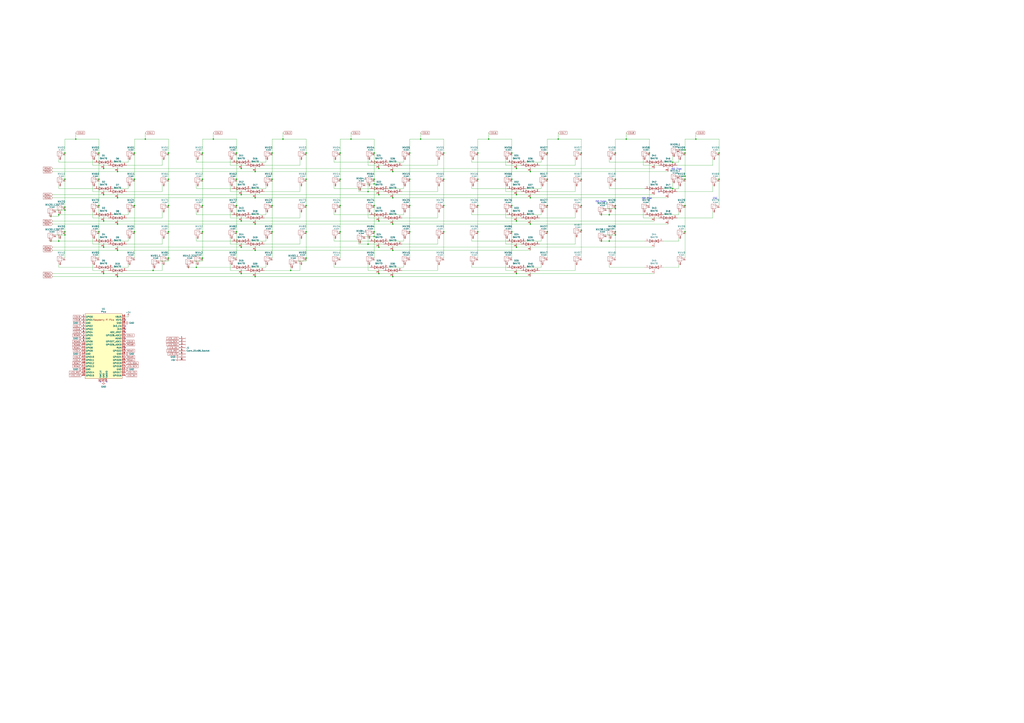
<source format=kicad_sch>
(kicad_sch (version 20230121) (generator eeschema)
  (paper "A1")
  (junction (at 85.09 138.43))
  (junction (at 53.34 172.72))
  (junction (at 424.18 160.02))
  (junction (at 392.43 168.91))
  (junction (at 53.34 193.04))
  (junction (at 53.34 147.32))
  (junction (at 311.15 160.02))
  (junction (at 209.55 205.74))
  (junction (at 138.43 125.73))
  (junction (at 96.52 205.74))
  (junction (at 345.44 114.3))
  (junction (at 590.55 125.73))
  (junction (at 424.18 138.43))
  (junction (at 194.31 168.91))
  (junction (at 209.55 162.56))
  (junction (at 85.09 160.02))
  (junction (at 458.47 114.3))
  (junction (at 166.37 212.09))
  (junction (at 251.46 190.5))
  (junction (at 53.34 190.5))
  (junction (at 552.45 133.35))
  (junction (at 53.34 170.18))
  (junction (at 110.49 190.5))
  (junction (at 435.61 162.56))
  (junction (at 420.37 190.5))
  (junction (at 96.52 227.33))
  (junction (at 364.49 125.73))
  (junction (at 198.12 203.2))
  (junction (at 420.37 168.91))
  (junction (at 110.49 125.73))
  (junction (at 198.12 138.43))
  (junction (at 435.61 184.15))
  (junction (at 223.52 125.73))
  (junction (at 562.61 190.5))
  (junction (at 562.61 144.78))
  (junction (at 424.18 224.79))
  (junction (at 435.61 140.97))
  (junction (at 81.28 190.5))
  (junction (at 562.61 123.19))
  (junction (at 401.32 114.3))
  (junction (at 251.46 125.73))
  (junction (at 238.76 222.25))
  (junction (at 449.58 125.73))
  (junction (at 232.41 114.3))
  (junction (at 110.49 168.91))
  (junction (at 194.31 125.73))
  (junction (at 110.49 147.32))
  (junction (at 85.09 181.61))
  (junction (at 424.18 181.61))
  (junction (at 311.15 138.43))
  (junction (at 364.49 190.5))
  (junction (at 571.5 114.3))
  (junction (at 311.15 224.79))
  (junction (at 311.15 181.61))
  (junction (at 500.38 176.53))
  (junction (at 364.49 168.91))
  (junction (at 198.12 224.79))
  (junction (at 505.46 168.91))
  (junction (at 251.46 147.32))
  (junction (at 562.61 168.91))
  (junction (at 449.58 168.91))
  (junction (at 420.37 125.73))
  (junction (at 279.4 125.73))
  (junction (at 194.31 190.5))
  (junction (at 166.37 168.91))
  (junction (at 85.09 203.2))
  (junction (at 552.45 154.94))
  (junction (at 307.34 151.13))
  (junction (at 322.58 205.74))
  (junction (at 302.26 200.66))
  (junction (at 307.34 190.5))
  (junction (at 166.37 147.32))
  (junction (at 166.37 190.5))
  (junction (at 96.52 184.15))
  (junction (at 505.46 125.73))
  (junction (at 336.55 125.73))
  (junction (at 505.46 147.32))
  (junction (at 505.46 190.5))
  (junction (at 62.23 114.3))
  (junction (at 477.52 189.23))
  (junction (at 477.52 168.91))
  (junction (at 223.52 147.32))
  (junction (at 48.26 176.53))
  (junction (at 288.29 114.3))
  (junction (at 307.34 168.91))
  (junction (at 322.58 227.33))
  (junction (at 251.46 212.09))
  (junction (at 166.37 125.73))
  (junction (at 119.38 114.3))
  (junction (at 533.4 125.73))
  (junction (at 251.46 168.91))
  (junction (at 48.26 198.12))
  (junction (at 307.34 125.73))
  (junction (at 198.12 181.61))
  (junction (at 505.46 171.45))
  (junction (at 562.61 125.73))
  (junction (at 514.35 114.3))
  (junction (at 209.55 140.97))
  (junction (at 223.52 168.91))
  (junction (at 81.28 147.32))
  (junction (at 500.38 198.12))
  (junction (at 138.43 147.32))
  (junction (at 392.43 125.73))
  (junction (at 209.55 184.15))
  (junction (at 223.52 190.5))
  (junction (at 194.31 147.32))
  (junction (at 505.46 193.04))
  (junction (at 590.55 147.32))
  (junction (at 477.52 147.32))
  (junction (at 477.52 125.73))
  (junction (at 96.52 162.56))
  (junction (at 307.34 147.32))
  (junction (at 392.43 147.32))
  (junction (at 279.4 147.32))
  (junction (at 96.52 140.97))
  (junction (at 322.58 184.15))
  (junction (at 322.58 140.97))
  (junction (at 302.26 157.48))
  (junction (at 279.4 168.91))
  (junction (at 138.43 168.91))
  (junction (at 336.55 147.32))
  (junction (at 138.43 212.09))
  (junction (at 307.34 194.31))
  (junction (at 81.28 125.73))
  (junction (at 336.55 168.91))
  (junction (at 53.34 125.73))
  (junction (at 161.29 219.71))
  (junction (at 198.12 160.02))
  (junction (at 279.4 190.5))
  (junction (at 311.15 203.2))
  (junction (at 336.55 190.5))
  (junction (at 420.37 147.32))
  (junction (at 138.43 190.5))
  (junction (at 85.09 224.79))
  (junction (at 125.73 222.25))
  (junction (at 322.58 162.56))
  (junction (at 364.49 147.32))
  (junction (at 175.26 114.3))
  (junction (at 392.43 190.5))
  (junction (at 209.55 227.33))
  (junction (at 424.18 203.2))
  (junction (at 449.58 147.32))
  (junction (at 81.28 168.91))
  (junction (at 562.61 147.32))
  (junction (at 449.58 190.5))
  (no_connect (at 102.87 278.13))
  (no_connect (at 87.63 313.69))
  (no_connect (at 102.87 270.51))
  (no_connect (at 102.87 267.97))
  (no_connect (at 102.87 262.89))
  (no_connect (at 102.87 273.05))
  (no_connect (at 102.87 285.75))
  (no_connect (at 541.02 157.48))
  (no_connect (at 82.55 313.69))
  (wire (pts (xy 158.75 214.63) (xy 166.37 214.63)))
  (wire (pts (xy 415.29 152.4) (xy 415.29 157.48)))
  (wire (pts (xy 585.47 173.99) (xy 585.47 179.07)))
  (wire (pts (xy 590.55 114.3) (xy 590.55 125.73)))
  (wire (pts (xy 322.58 227.33) (xy 435.61 227.33)))
  (wire (pts (xy 345.44 109.22) (xy 345.44 114.3)))
  (wire (pts (xy 322.58 184.15) (xy 435.61 184.15)))
  (wire (pts (xy 85.09 203.2) (xy 198.12 203.2)))
  (wire (pts (xy 562.61 123.19) (xy 562.61 125.73)))
  (wire (pts (xy 40.64 177.8) (xy 48.26 177.8)))
  (wire (pts (xy 557.53 152.4) (xy 557.53 154.94)))
  (wire (pts (xy 557.53 154.94) (xy 552.45 154.94)))
  (wire (pts (xy 359.41 130.81) (xy 359.41 135.89)))
  (wire (pts (xy 387.35 173.99) (xy 387.35 176.53)))
  (wire (pts (xy 562.61 168.91) (xy 562.61 190.5)))
  (wire (pts (xy 189.23 179.07) (xy 201.93 179.07)))
  (wire (pts (xy 556.26 157.48) (xy 585.47 157.48)))
  (wire (pts (xy 194.31 168.91) (xy 194.31 190.5)))
  (wire (pts (xy 133.35 222.25) (xy 133.35 217.17)))
  (wire (pts (xy 81.28 125.73) (xy 81.28 147.32)))
  (wire (pts (xy 336.55 114.3) (xy 336.55 125.73)))
  (wire (pts (xy 251.46 114.3) (xy 251.46 125.73)))
  (wire (pts (xy 274.32 195.58) (xy 274.32 198.12)))
  (wire (pts (xy 96.52 205.74) (xy 209.55 205.74)))
  (wire (pts (xy 119.38 114.3) (xy 110.49 114.3)))
  (wire (pts (xy 443.23 222.25) (xy 472.44 222.25)))
  (wire (pts (xy 552.45 154.94) (xy 544.83 154.94)))
  (wire (pts (xy 529.59 198.12) (xy 500.38 198.12)))
  (wire (pts (xy 359.41 157.48) (xy 330.2 157.48)))
  (wire (pts (xy 53.34 147.32) (xy 53.34 170.18)))
  (wire (pts (xy 251.46 190.5) (xy 251.46 212.09)))
  (wire (pts (xy 294.64 157.48) (xy 302.26 157.48)))
  (wire (pts (xy 246.38 200.66) (xy 217.17 200.66)))
  (wire (pts (xy 48.26 130.81) (xy 48.26 133.35)))
  (wire (pts (xy 288.29 109.22) (xy 288.29 114.3)))
  (wire (pts (xy 415.29 130.81) (xy 415.29 135.89)))
  (wire (pts (xy 76.2 157.48) (xy 88.9 157.48)))
  (wire (pts (xy 500.38 130.81) (xy 500.38 133.35)))
  (wire (pts (xy 449.58 125.73) (xy 449.58 147.32)))
  (wire (pts (xy 133.35 200.66) (xy 104.14 200.66)))
  (wire (pts (xy 311.15 160.02) (xy 424.18 160.02)))
  (wire (pts (xy 431.8 133.35) (xy 444.5 133.35)))
  (wire (pts (xy 189.23 195.58) (xy 189.23 200.66)))
  (wire (pts (xy 105.41 173.99) (xy 105.41 176.53)))
  (wire (pts (xy 477.52 189.23) (xy 477.52 212.09)))
  (wire (pts (xy 500.38 173.99) (xy 500.38 176.53)))
  (wire (pts (xy 415.29 217.17) (xy 415.29 222.25)))
  (wire (pts (xy 458.47 114.3) (xy 449.58 114.3)))
  (wire (pts (xy 330.2 222.25) (xy 359.41 222.25)))
  (wire (pts (xy 223.52 147.32) (xy 223.52 168.91)))
  (wire (pts (xy 251.46 147.32) (xy 251.46 168.91)))
  (wire (pts (xy 279.4 147.32) (xy 279.4 168.91)))
  (wire (pts (xy 175.26 114.3) (xy 166.37 114.3)))
  (wire (pts (xy 102.87 260.35) (xy 105.41 260.35)))
  (wire (pts (xy 299.72 151.13) (xy 307.34 151.13)))
  (wire (pts (xy 105.41 198.12) (xy 92.71 198.12)))
  (wire (pts (xy 198.12 181.61) (xy 311.15 181.61)))
  (wire (pts (xy 246.38 195.58) (xy 246.38 200.66)))
  (wire (pts (xy 232.41 114.3) (xy 251.46 114.3)))
  (wire (pts (xy 364.49 125.73) (xy 364.49 147.32)))
  (wire (pts (xy 557.53 130.81) (xy 557.53 133.35)))
  (wire (pts (xy 359.41 222.25) (xy 359.41 217.17)))
  (wire (pts (xy 294.64 199.39) (xy 294.64 200.66)))
  (wire (pts (xy 500.38 152.4) (xy 500.38 154.94)))
  (wire (pts (xy 529.59 133.35) (xy 500.38 133.35)))
  (wire (pts (xy 472.44 194.31) (xy 472.44 200.66)))
  (wire (pts (xy 528.32 135.89) (xy 541.02 135.89)))
  (wire (pts (xy 331.47 154.94) (xy 318.77 154.94)))
  (wire (pts (xy 533.4 114.3) (xy 533.4 125.73)))
  (wire (pts (xy 175.26 109.22) (xy 175.26 114.3)))
  (wire (pts (xy 76.2 195.58) (xy 76.2 200.66)))
  (wire (pts (xy 105.41 217.17) (xy 105.41 219.71)))
  (wire (pts (xy 500.38 154.94) (xy 529.59 154.94)))
  (wire (pts (xy 218.44 195.58) (xy 218.44 198.12)))
  (wire (pts (xy 110.49 168.91) (xy 110.49 190.5)))
  (wire (pts (xy 166.37 212.09) (xy 166.37 214.63)))
  (wire (pts (xy 223.52 125.73) (xy 223.52 147.32)))
  (wire (pts (xy 562.61 144.78) (xy 562.61 147.32)))
  (wire (pts (xy 420.37 147.32) (xy 420.37 168.91)))
  (wire (pts (xy 105.41 133.35) (xy 92.71 133.35)))
  (wire (pts (xy 420.37 190.5) (xy 420.37 212.09)))
  (wire (pts (xy 238.76 219.71) (xy 238.76 222.25)))
  (wire (pts (xy 557.53 173.99) (xy 557.53 176.53)))
  (wire (pts (xy 217.17 222.25) (xy 238.76 222.25)))
  (wire (pts (xy 43.18 224.79) (xy 85.09 224.79)))
  (wire (pts (xy 336.55 190.5) (xy 336.55 212.09)))
  (wire (pts (xy 497.84 171.45) (xy 505.46 171.45)))
  (wire (pts (xy 444.5 152.4) (xy 444.5 154.94)))
  (wire (pts (xy 424.18 224.79) (xy 537.21 224.79)))
  (wire (pts (xy 364.49 168.91) (xy 364.49 190.5)))
  (wire (pts (xy 274.32 198.12) (xy 303.53 198.12)))
  (wire (pts (xy 138.43 190.5) (xy 138.43 212.09)))
  (wire (pts (xy 336.55 147.32) (xy 336.55 168.91)))
  (wire (pts (xy 189.23 152.4) (xy 189.23 157.48)))
  (wire (pts (xy 76.2 173.99) (xy 76.2 179.07)))
  (wire (pts (xy 505.46 168.91) (xy 505.46 171.45)))
  (wire (pts (xy 585.47 135.89) (xy 556.26 135.89)))
  (wire (pts (xy 505.46 147.32) (xy 505.46 168.91)))
  (wire (pts (xy 48.26 219.71) (xy 77.47 219.71)))
  (wire (pts (xy 449.58 114.3) (xy 449.58 125.73)))
  (wire (pts (xy 571.5 114.3) (xy 562.61 114.3)))
  (wire (pts (xy 76.2 200.66) (xy 88.9 200.66)))
  (wire (pts (xy 571.5 114.3) (xy 590.55 114.3)))
  (wire (pts (xy 424.18 160.02) (xy 537.21 160.02)))
  (wire (pts (xy 387.35 133.35) (xy 416.56 133.35)))
  (wire (pts (xy 198.12 203.2) (xy 311.15 203.2)))
  (wire (pts (xy 62.23 109.22) (xy 62.23 114.3)))
  (wire (pts (xy 246.38 222.25) (xy 246.38 217.17)))
  (wire (pts (xy 198.12 138.43) (xy 311.15 138.43)))
  (wire (pts (xy 81.28 168.91) (xy 81.28 190.5)))
  (wire (pts (xy 76.2 222.25) (xy 88.9 222.25)))
  (wire (pts (xy 443.23 200.66) (xy 472.44 200.66)))
  (wire (pts (xy 528.32 179.07) (xy 541.02 179.07)))
  (wire (pts (xy 477.52 114.3) (xy 477.52 125.73)))
  (wire (pts (xy 81.28 190.5) (xy 81.28 212.09)))
  (wire (pts (xy 43.18 138.43) (xy 85.09 138.43)))
  (wire (pts (xy 336.55 168.91) (xy 336.55 190.5)))
  (wire (pts (xy 500.38 219.71) (xy 529.59 219.71)))
  (wire (pts (xy 505.46 125.73) (xy 505.46 147.32)))
  (wire (pts (xy 345.44 114.3) (xy 336.55 114.3)))
  (wire (pts (xy 311.15 181.61) (xy 424.18 181.61)))
  (wire (pts (xy 415.29 179.07) (xy 427.99 179.07)))
  (wire (pts (xy 302.26 130.81) (xy 302.26 135.89)))
  (wire (pts (xy 302.26 152.4) (xy 302.26 157.48)))
  (wire (pts (xy 449.58 147.32) (xy 449.58 168.91)))
  (wire (pts (xy 424.18 138.43) (xy 537.21 138.43)))
  (wire (pts (xy 40.64 198.12) (xy 48.26 198.12)))
  (wire (pts (xy 552.45 128.27) (xy 552.45 133.35)))
  (wire (pts (xy 415.29 135.89) (xy 427.99 135.89)))
  (wire (pts (xy 294.64 156.21) (xy 294.64 157.48)))
  (wire (pts (xy 533.4 125.73) (xy 533.4 168.91)))
  (wire (pts (xy 359.41 152.4) (xy 359.41 157.48)))
  (wire (pts (xy 311.15 203.2) (xy 424.18 203.2)))
  (wire (pts (xy 331.47 152.4) (xy 331.47 154.94)))
  (wire (pts (xy 138.43 114.3) (xy 138.43 125.73)))
  (wire (pts (xy 274.32 130.81) (xy 274.32 133.35)))
  (wire (pts (xy 458.47 109.22) (xy 458.47 114.3)))
  (wire (pts (xy 238.76 222.25) (xy 246.38 222.25)))
  (wire (pts (xy 392.43 114.3) (xy 392.43 125.73)))
  (wire (pts (xy 552.45 133.35) (xy 544.83 133.35)))
  (wire (pts (xy 125.73 219.71) (xy 125.73 222.25)))
  (wire (pts (xy 223.52 168.91) (xy 223.52 190.5)))
  (wire (pts (xy 514.35 114.3) (xy 505.46 114.3)))
  (wire (pts (xy 133.35 157.48) (xy 104.14 157.48)))
  (wire (pts (xy 96.52 184.15) (xy 209.55 184.15)))
  (wire (pts (xy 161.29 173.99) (xy 161.29 176.53)))
  (wire (pts (xy 424.18 181.61) (xy 537.21 181.61)))
  (wire (pts (xy 444.5 176.53) (xy 431.8 176.53)))
  (wire (pts (xy 387.35 152.4) (xy 387.35 154.94)))
  (wire (pts (xy 166.37 168.91) (xy 166.37 190.5)))
  (wire (pts (xy 175.26 114.3) (xy 194.31 114.3)))
  (wire (pts (xy 590.55 125.73) (xy 590.55 147.32)))
  (wire (pts (xy 302.26 222.25) (xy 314.96 222.25)))
  (wire (pts (xy 318.77 219.71) (xy 331.47 219.71)))
  (wire (pts (xy 232.41 114.3) (xy 223.52 114.3)))
  (wire (pts (xy 364.49 190.5) (xy 364.49 212.09)))
  (wire (pts (xy 331.47 173.99) (xy 331.47 176.53)))
  (wire (pts (xy 420.37 114.3) (xy 420.37 125.73)))
  (wire (pts (xy 431.8 219.71) (xy 444.5 219.71)))
  (wire (pts (xy 48.26 176.53) (xy 77.47 176.53)))
  (wire (pts (xy 585.47 152.4) (xy 585.47 157.48)))
  (wire (pts (xy 585.47 130.81) (xy 585.47 135.89)))
  (wire (pts (xy 166.37 190.5) (xy 166.37 212.09)))
  (wire (pts (xy 85.09 181.61) (xy 198.12 181.61)))
  (wire (pts (xy 392.43 168.91) (xy 392.43 190.5)))
  (wire (pts (xy 76.2 135.89) (xy 88.9 135.89)))
  (wire (pts (xy 562.61 125.73) (xy 562.61 144.78)))
  (wire (pts (xy 53.34 170.18) (xy 53.34 172.72)))
  (wire (pts (xy 48.26 154.94) (xy 77.47 154.94)))
  (wire (pts (xy 76.2 217.17) (xy 76.2 222.25)))
  (wire (pts (xy 53.34 114.3) (xy 53.34 125.73)))
  (wire (pts (xy 477.52 168.91) (xy 477.52 189.23)))
  (wire (pts (xy 194.31 125.73) (xy 194.31 147.32)))
  (wire (pts (xy 218.44 198.12) (xy 205.74 198.12)))
  (wire (pts (xy 246.38 130.81) (xy 246.38 135.89)))
  (wire (pts (xy 415.29 200.66) (xy 415.29 195.58)))
  (wire (pts (xy 53.34 172.72) (xy 53.34 190.5)))
  (wire (pts (xy 43.18 181.61) (xy 85.09 181.61)))
  (wire (pts (xy 194.31 147.32) (xy 194.31 168.91)))
  (wire (pts (xy 232.41 109.22) (xy 232.41 114.3)))
  (wire (pts (xy 345.44 114.3) (xy 364.49 114.3)))
  (wire (pts (xy 125.73 222.25) (xy 133.35 222.25)))
  (wire (pts (xy 161.29 133.35) (xy 190.5 133.35)))
  (wire (pts (xy 209.55 162.56) (xy 322.58 162.56)))
  (wire (pts (xy 43.18 205.74) (xy 96.52 205.74)))
  (wire (pts (xy 85.09 224.79) (xy 198.12 224.79)))
  (wire (pts (xy 331.47 195.58) (xy 331.47 198.12)))
  (wire (pts (xy 302.26 135.89) (xy 314.96 135.89)))
  (wire (pts (xy 415.29 157.48) (xy 427.99 157.48)))
  (wire (pts (xy 288.29 114.3) (xy 279.4 114.3)))
  (wire (pts (xy 557.53 217.17) (xy 557.53 219.71)))
  (wire (pts (xy 497.84 193.04) (xy 505.46 193.04)))
  (wire (pts (xy 505.46 190.5) (xy 505.46 193.04)))
  (wire (pts (xy 81.28 147.32) (xy 81.28 168.91)))
  (wire (pts (xy 251.46 125.73) (xy 251.46 147.32)))
  (wire (pts (xy 401.32 109.22) (xy 401.32 114.3)))
  (wire (pts (xy 223.52 114.3) (xy 223.52 125.73)))
  (wire (pts (xy 571.5 109.22) (xy 571.5 114.3)))
  (wire (pts (xy 505.46 193.04) (xy 505.46 212.09)))
  (wire (pts (xy 43.18 227.33) (xy 96.52 227.33)))
  (wire (pts (xy 138.43 214.63) (xy 138.43 212.09)))
  (wire (pts (xy 435.61 162.56) (xy 548.64 162.56)))
  (wire (pts (xy 492.76 198.12) (xy 500.38 198.12)))
  (wire (pts (xy 161.29 154.94) (xy 190.5 154.94)))
  (wire (pts (xy 209.55 140.97) (xy 322.58 140.97)))
  (wire (pts (xy 48.26 217.17) (xy 48.26 219.71)))
  (wire (pts (xy 472.44 179.07) (xy 443.23 179.07)))
  (wire (pts (xy 302.26 195.58) (xy 302.26 200.66)))
  (wire (pts (xy 110.49 190.5) (xy 110.49 212.09)))
  (wire (pts (xy 48.26 133.35) (xy 77.47 133.35)))
  (wire (pts (xy 105.41 152.4) (xy 105.41 154.94)))
  (wire (pts (xy 218.44 173.99) (xy 218.44 176.53)))
  (wire (pts (xy 85.09 138.43) (xy 198.12 138.43)))
  (wire (pts (xy 307.34 147.32) (xy 307.34 151.13)))
  (wire (pts (xy 307.34 114.3) (xy 307.34 125.73)))
  (wire (pts (xy 43.18 140.97) (xy 96.52 140.97)))
  (wire (pts (xy 189.23 130.81) (xy 189.23 135.89)))
  (wire (pts (xy 274.32 219.71) (xy 303.53 219.71)))
  (wire (pts (xy 48.26 175.26) (xy 48.26 176.53)))
  (wire (pts (xy 138.43 147.32) (xy 138.43 168.91)))
  (wire (pts (xy 218.44 154.94) (xy 205.74 154.94)))
  (wire (pts (xy 359.41 195.58) (xy 359.41 200.66)))
  (wire (pts (xy 119.38 109.22) (xy 119.38 114.3)))
  (wire (pts (xy 138.43 125.73) (xy 138.43 147.32)))
  (wire (pts (xy 415.29 173.99) (xy 415.29 179.07)))
  (wire (pts (xy 279.4 125.73) (xy 279.4 147.32)))
  (wire (pts (xy 557.53 123.19) (xy 562.61 123.19)))
  (wire (pts (xy 96.52 140.97) (xy 209.55 140.97)))
  (wire (pts (xy 307.34 151.13) (xy 307.34 168.91)))
  (wire (pts (xy 444.5 154.94) (xy 431.8 154.94)))
  (wire (pts (xy 105.41 219.71) (xy 92.71 219.71)))
  (wire (pts (xy 251.46 214.63) (xy 251.46 212.09)))
  (wire (pts (xy 48.26 177.8) (xy 48.26 176.53)))
  (wire (pts (xy 311.15 224.79) (xy 424.18 224.79)))
  (wire (pts (xy 401.32 114.3) (xy 420.37 114.3)))
  (wire (pts (xy 218.44 130.81) (xy 218.44 133.35)))
  (wire (pts (xy 311.15 138.43) (xy 424.18 138.43)))
  (wire (pts (xy 359.41 173.99) (xy 359.41 179.07)))
  (wire (pts (xy 477.52 125.73) (xy 477.52 147.32)))
  (wire (pts (xy 387.35 219.71) (xy 416.56 219.71)))
  (wire (pts (xy 359.41 179.07) (xy 330.2 179.07)))
  (wire (pts (xy 562.61 114.3) (xy 562.61 123.19)))
  (wire (pts (xy 477.52 147.32) (xy 477.52 168.91)))
  (wire (pts (xy 201.93 222.25) (xy 189.23 222.25)))
  (wire (pts (xy 48.26 198.12) (xy 77.47 198.12)))
  (wire (pts (xy 209.55 227.33) (xy 322.58 227.33)))
  (wire (pts (xy 472.44 135.89) (xy 443.23 135.89)))
  (wire (pts (xy 307.34 125.73) (xy 307.34 147.32)))
  (wire (pts (xy 246.38 152.4) (xy 246.38 157.48)))
  (wire (pts (xy 96.52 227.33) (xy 209.55 227.33)))
  (wire (pts (xy 505.46 171.45) (xy 505.46 190.5)))
  (wire (pts (xy 53.34 193.04) (xy 53.34 212.09)))
  (wire (pts (xy 246.38 157.48) (xy 217.17 157.48)))
  (wire (pts (xy 96.52 162.56) (xy 209.55 162.56)))
  (wire (pts (xy 492.76 176.53) (xy 500.38 176.53)))
  (wire (pts (xy 387.35 198.12) (xy 416.56 198.12)))
  (wire (pts (xy 48.26 152.4) (xy 48.26 154.94)))
  (wire (pts (xy 48.26 195.58) (xy 48.26 198.12)))
  (wire (pts (xy 302.26 157.48) (xy 314.96 157.48)))
  (wire (pts (xy 387.35 154.94) (xy 416.56 154.94)))
  (wire (pts (xy 166.37 125.73) (xy 166.37 147.32)))
  (wire (pts (xy 133.35 179.07) (xy 104.14 179.07)))
  (wire (pts (xy 322.58 140.97) (xy 435.61 140.97)))
  (wire (pts (xy 472.44 152.4) (xy 472.44 157.48)))
  (wire (pts (xy 279.4 168.91) (xy 279.4 190.5)))
  (wire (pts (xy 161.29 195.58) (xy 161.29 198.12)))
  (wire (pts (xy 274.32 217.17) (xy 274.32 219.71)))
  (wire (pts (xy 331.47 130.81) (xy 331.47 133.35)))
  (wire (pts (xy 166.37 147.32) (xy 166.37 168.91)))
  (wire (pts (xy 209.55 184.15) (xy 322.58 184.15)))
  (wire (pts (xy 387.35 217.17) (xy 387.35 219.71)))
  (wire (pts (xy 205.74 219.71) (xy 218.44 219.71)))
  (wire (pts (xy 189.23 173.99) (xy 189.23 179.07)))
  (wire (pts (xy 218.44 176.53) (xy 205.74 176.53)))
  (wire (pts (xy 331.47 176.53) (xy 318.77 176.53)))
  (wire (pts (xy 590.55 147.32) (xy 590.55 168.91)))
  (wire (pts (xy 161.29 130.81) (xy 161.29 133.35)))
  (wire (pts (xy 194.31 114.3) (xy 194.31 125.73)))
  (wire (pts (xy 133.35 173.99) (xy 133.35 179.07)))
  (wire (pts (xy 198.12 224.79) (xy 311.15 224.79)))
  (wire (pts (xy 53.34 125.73) (xy 53.34 147.32)))
  (wire (pts (xy 557.53 176.53) (xy 544.83 176.53)))
  (wire (pts (xy 274.32 176.53) (xy 274.32 173.99)))
  (wire (pts (xy 189.23 157.48) (xy 201.93 157.48)))
  (wire (pts (xy 387.35 195.58) (xy 387.35 198.12)))
  (wire (pts (xy 76.2 152.4) (xy 76.2 157.48)))
  (wire (pts (xy 331.47 219.71) (xy 331.47 217.17)))
  (wire (pts (xy 161.29 217.17) (xy 161.29 219.71)))
  (wire (pts (xy 243.84 214.63) (xy 251.46 214.63)))
  (wire (pts (xy 246.38 173.99) (xy 246.38 179.07)))
  (wire (pts (xy 444.5 219.71) (xy 444.5 217.17)))
  (wire (pts (xy 500.38 176.53) (xy 529.59 176.53)))
  (wire (pts (xy 444.5 195.58) (xy 444.5 198.12)))
  (wire (pts (xy 246.38 179.07) (xy 217.17 179.07)))
  (wire (pts (xy 392.43 190.5) (xy 392.43 212.09)))
  (wire (pts (xy 401.32 114.3) (xy 392.43 114.3)))
  (wire (pts (xy 585.47 179.07) (xy 556.26 179.07)))
  (wire (pts (xy 444.5 198.12) (xy 431.8 198.12)))
  (wire (pts (xy 307.34 190.5) (xy 307.34 194.31)))
  (wire (pts (xy 110.49 125.73) (xy 110.49 147.32)))
  (wire (pts (xy 53.34 190.5) (xy 53.34 193.04)))
  (wire (pts (xy 514.35 109.22) (xy 514.35 114.3)))
  (wire (pts (xy 472.44 173.99) (xy 472.44 179.07)))
  (wire (pts (xy 43.18 160.02) (xy 85.09 160.02)))
  (wire (pts (xy 322.58 162.56) (xy 435.61 162.56)))
  (wire (pts (xy 105.41 130.81) (xy 105.41 133.35)))
  (wire (pts (xy 274.32 133.35) (xy 303.53 133.35)))
  (wire (pts (xy 322.58 205.74) (xy 435.61 205.74)))
  (wire (pts (xy 552.45 149.86) (xy 552.45 154.94)))
  (wire (pts (xy 161.29 198.12) (xy 190.5 198.12)))
  (wire (pts (xy 105.41 176.53) (xy 92.71 176.53)))
  (wire (pts (xy 223.52 190.5) (xy 223.52 212.09)))
  (wire (pts (xy 43.18 203.2) (xy 85.09 203.2)))
  (wire (pts (xy 218.44 219.71) (xy 218.44 217.17)))
  (wire (pts (xy 198.12 160.02) (xy 311.15 160.02)))
  (wire (pts (xy 138.43 168.91) (xy 138.43 190.5)))
  (wire (pts (xy 161.29 219.71) (xy 190.5 219.71)))
  (wire (pts (xy 444.5 130.81) (xy 444.5 133.35)))
  (wire (pts (xy 110.49 114.3) (xy 110.49 125.73)))
  (wire (pts (xy 427.99 200.66) (xy 415.29 200.66)))
  (wire (pts (xy 133.35 130.81) (xy 133.35 135.89)))
  (wire (pts (xy 562.61 190.5) (xy 562.61 212.09)))
  (wire (pts (xy 302.26 217.17) (xy 302.26 222.25)))
  (wire (pts (xy 218.44 152.4) (xy 218.44 154.94)))
  (wire (pts (xy 105.41 154.94) (xy 92.71 154.94)))
  (wire (pts (xy 472.44 130.81) (xy 472.44 135.89)))
  (wire (pts (xy 500.38 217.17) (xy 500.38 219.71)))
  (wire (pts (xy 557.53 219.71) (xy 544.83 219.71)))
  (wire (pts (xy 288.29 114.3) (xy 307.34 114.3)))
  (wire (pts (xy 110.49 147.32) (xy 110.49 168.91)))
  (wire (pts (xy 189.23 200.66) (xy 201.93 200.66)))
  (wire (pts (xy 130.81 214.63) (xy 138.43 214.63)))
  (wire (pts (xy 544.83 198.12) (xy 557.53 198.12)))
  (wire (pts (xy 43.18 184.15) (xy 96.52 184.15)))
  (wire (pts (xy 500.38 198.12) (xy 500.38 195.58)))
  (wire (pts (xy 458.47 114.3) (xy 477.52 114.3)))
  (wire (pts (xy 218.44 133.35) (xy 205.74 133.35)))
  (wire (pts (xy 415.29 222.25) (xy 427.99 222.25)))
  (wire (pts (xy 303.53 154.94) (xy 274.32 154.94)))
  (wire (pts (xy 166.37 114.3) (xy 166.37 125.73)))
  (wire (pts (xy 299.72 194.31) (xy 307.34 194.31)))
  (wire (pts (xy 387.35 130.81) (xy 387.35 133.35)))
  (wire (pts (xy 331.47 198.12) (xy 318.77 198.12)))
  (wire (pts (xy 472.44 222.25) (xy 472.44 217.17)))
  (wire (pts (xy 449.58 190.5) (xy 449.58 212.09)))
  (wire (pts (xy 302.26 179.07) (xy 314.96 179.07)))
  (wire (pts (xy 528.32 130.81) (xy 528.32 135.89)))
  (wire (pts (xy 62.23 114.3) (xy 53.34 114.3)))
  (wire (pts (xy 189.23 222.25) (xy 189.23 217.17)))
  (wire (pts (xy 562.61 147.32) (xy 562.61 168.91)))
  (wire (pts (xy 472.44 157.48) (xy 443.23 157.48)))
  (wire (pts (xy 505.46 114.3) (xy 505.46 125.73)))
  (wire (pts (xy 119.38 114.3) (xy 138.43 114.3)))
  (wire (pts (xy 81.28 114.3) (xy 81.28 125.73)))
  (wire (pts (xy 279.4 114.3) (xy 279.4 125.73)))
  (wire (pts (xy 336.55 125.73) (xy 336.55 147.32)))
  (wire (pts (xy 528.32 173.99) (xy 528.32 179.07)))
  (wire (pts (xy 76.2 130.81) (xy 76.2 135.89)))
  (wire (pts (xy 444.5 173.99) (xy 444.5 176.53)))
  (wire (pts (xy 392.43 125.73) (xy 392.43 147.32)))
  (wire (pts (xy 105.41 195.58) (xy 105.41 198.12)))
  (wire (pts (xy 76.2 179.07) (xy 88.9 179.07)))
  (wire (pts (xy 514.35 114.3) (xy 533.4 114.3)))
  (wire (pts (xy 133.35 135.89) (xy 104.14 135.89)))
  (wire (pts (xy 194.31 190.5) (xy 194.31 212.09)))
  (wire (pts (xy 303.53 176.53) (xy 274.32 176.53)))
  (wire (pts (xy 424.18 203.2) (xy 537.21 203.2)))
  (wire (pts (xy 133.35 152.4) (xy 133.35 157.48)))
  (wire (pts (xy 246.38 135.89) (xy 217.17 135.89)))
  (wire (pts (xy 209.55 205.74) (xy 322.58 205.74)))
  (wire (pts (xy 557.53 133.35) (xy 552.45 133.35)))
  (wire (pts (xy 364.49 114.3) (xy 364.49 125.73)))
  (wire (pts (xy 302.26 200.66) (xy 314.96 200.66)))
  (wire (pts (xy 364.49 147.32) (xy 364.49 168.91)))
  (wire (pts (xy 435.61 184.15) (xy 548.64 184.15)))
  (wire (pts (xy 251.46 168.91) (xy 251.46 190.5)))
  (wire (pts (xy 279.4 190.5) (xy 279.4 212.09)))
  (wire (pts (xy 307.34 194.31) (xy 307.34 212.09)))
  (wire (pts (xy 62.23 114.3) (xy 81.28 114.3)))
  (wire (pts (xy 302.26 173.99) (xy 302.26 179.07)))
  (wire (pts (xy 387.35 176.53) (xy 416.56 176.53)))
  (wire (pts (xy 43.18 162.56) (xy 96.52 162.56)))
  (wire (pts (xy 153.67 219.71) (xy 161.29 219.71)))
  (wire (pts (xy 104.14 222.25) (xy 125.73 222.25)))
  (wire (pts (xy 420.37 168.91) (xy 420.37 190.5)))
  (wire (pts (xy 133.35 195.58) (xy 133.35 200.66)))
  (wire (pts (xy 449.58 168.91) (xy 449.58 190.5)))
  (wire (pts (xy 274.32 154.94) (xy 274.32 152.4)))
  (wire (pts (xy 307.34 168.91) (xy 307.34 190.5)))
  (wire (pts (xy 557.53 144.78) (xy 562.61 144.78)))
  (wire (pts (xy 45.72 172.72) (xy 53.34 172.72)))
  (wire (pts (xy 392.43 147.32) (xy 392.43 168.91)))
  (wire (pts (xy 435.61 140.97) (xy 548.64 140.97)))
  (wire (pts (xy 45.72 193.04) (xy 53.34 193.04)))
  (wire (pts (xy 294.64 200.66) (xy 302.26 200.66)))
  (wire (pts (xy 161.29 152.4) (xy 161.29 154.94)))
  (wire (pts (xy 161.29 176.53) (xy 190.5 176.53)))
  (wire (pts (xy 331.47 133.35) (xy 318.77 133.35)))
  (wire (pts (xy 189.23 135.89) (xy 201.93 135.89)))
  (wire (pts (xy 359.41 135.89) (xy 330.2 135.89)))
  (wire (pts (xy 85.09 160.02) (xy 198.12 160.02)))
  (wire (pts (xy 359.41 200.66) (xy 330.2 200.66)))
  (wire (pts (xy 557.53 198.12) (xy 557.53 195.58)))
  (wire (pts (xy 420.37 125.73) (xy 420.37 147.32)))
  (text "ISO Tilde" (at 551.18 139.7 0) (effects (font (size 1.27 1.27)) (justify left bottom)))
  (text "ESC" (at 585.47 163.83 0) (effects (font (size 1.27 1.27)) (justify left bottom)))
  (text "ISO Enter" (at 488.95 166.37 0) (effects (font (size 1.27 1.27)) (justify left bottom)))
  (text "ISO Pipe" (at 527.05 163.83 0) (effects (font (size 1.27 1.27)) (justify left bottom)))
  (global_label "ROW2" (shape input) (at 67.31 300.99 180) (property "Intersheetrefs" "${INTERSHEET_REFS}" (effects hide)))
  (global_label "LCD_DC" (shape input) (at 102.87 308.61 0) (property "Intersheetrefs" "${INTERSHEET_REFS}" (effects hide)))
  (global_label "ROW0" (shape input) (at 43.18 138.43 180) (property "Intersheetrefs" "${INTERSHEET_REFS}" (effects hide)))
  (global_label "ROW0" (shape input) (at 67.31 280.67 180) (property "Intersheetrefs" "${INTERSHEET_REFS}" (effects hide)))
  (global_label "COL6" (shape input) (at 67.31 270.51 180) (property "Intersheetrefs" "${INTERSHEET_REFS}" (effects hide)))
  (global_label "ROW5" (shape input) (at 43.18 140.97 180) (property "Intersheetrefs" "${INTERSHEET_REFS}" (effects hide)))
  (global_label "COL8" (shape input) (at 514.35 109.22 0) (property "Intersheetrefs" "${INTERSHEET_REFS}" (effects hide)))
  (global_label "LCD_DC" (shape input) (at 147.32 285.75 180) (property "Intersheetrefs" "${INTERSHEET_REFS}" (effects hide)))
  (global_label "ROW4" (shape input) (at 102.87 295.91 0) (property "Intersheetrefs" "${INTERSHEET_REFS}" (effects hide)))
  (global_label "LCD_LED" (shape input) (at 147.32 278.13 180) (property "Intersheetrefs" "${INTERSHEET_REFS}" (effects hide)))
  (global_label "ROW5" (shape input) (at 67.31 275.59 180) (property "Intersheetrefs" "${INTERSHEET_REFS}" (effects hide)))
  (global_label "ROW6" (shape input) (at 67.31 283.21 180) (property "Intersheetrefs" "${INTERSHEET_REFS}" (effects hide)))
  (global_label "COL9" (shape input) (at 67.31 260.35 180) (property "Intersheetrefs" "${INTERSHEET_REFS}" (effects hide)))
  (global_label "LCD_SDA" (shape input) (at 102.87 298.45 0) (property "Intersheetrefs" "${INTERSHEET_REFS}" (effects hide)))
  (global_label "COL3" (shape input) (at 232.41 109.22 0) (property "Intersheetrefs" "${INTERSHEET_REFS}" (effects hide)))
  (global_label "ROW6" (shape input) (at 43.18 162.56 180) (property "Intersheetrefs" "${INTERSHEET_REFS}" (effects hide)))
  (global_label "ROW2" (shape input) (at 43.18 181.61 180) (property "Intersheetrefs" "${INTERSHEET_REFS}" (effects hide)))
  (global_label "COL2" (shape input) (at 175.26 109.22 0) (property "Intersheetrefs" "${INTERSHEET_REFS}" (effects hide)))
  (global_label "COL7" (shape input) (at 458.47 109.22 0) (property "Intersheetrefs" "${INTERSHEET_REFS}" (effects hide)))
  (global_label "COL4" (shape input) (at 67.31 288.29 180) (property "Intersheetrefs" "${INTERSHEET_REFS}" (effects hide)))
  (global_label "ROW1" (shape input) (at 43.18 160.02 180) (property "Intersheetrefs" "${INTERSHEET_REFS}" (effects hide)))
  (global_label "COL0" (shape input) (at 102.87 280.67 0) (property "Intersheetrefs" "${INTERSHEET_REFS}" (effects hide)))
  (global_label "ROW8" (shape input) (at 43.18 205.74 180) (property "Intersheetrefs" "${INTERSHEET_REFS}" (effects hide)))
  (global_label "COL6" (shape input) (at 401.32 109.22 0) (property "Intersheetrefs" "${INTERSHEET_REFS}" (effects hide)))
  (global_label "COL4" (shape input) (at 288.29 109.22 0) (property "Intersheetrefs" "${INTERSHEET_REFS}" (effects hide)))
  (global_label "COL1" (shape input) (at 102.87 275.59 0) (property "Intersheetrefs" "${INTERSHEET_REFS}" (effects hide)))
  (global_label "COL5" (shape input) (at 345.44 109.22 0) (property "Intersheetrefs" "${INTERSHEET_REFS}" (effects hide)))
  (global_label "ROW1" (shape input) (at 67.31 285.75 180) (property "Intersheetrefs" "${INTERSHEET_REFS}" (effects hide)))
  (global_label "LCD_SCK" (shape input) (at 102.87 300.99 0) (property "Intersheetrefs" "${INTERSHEET_REFS}" (effects hide)))
  (global_label "COL0" (shape input) (at 62.23 109.22 0) (property "Intersheetrefs" "${INTERSHEET_REFS}" (effects hide)))
  (global_label "COL8" (shape input) (at 67.31 262.89 180) (property "Intersheetrefs" "${INTERSHEET_REFS}" (effects hide)))
  (global_label "LCD_CS" (shape input) (at 102.87 306.07 0) (property "Intersheetrefs" "${INTERSHEET_REFS}" (effects hide)))
  (global_label "ROW7" (shape input) (at 43.18 184.15 180) (property "Intersheetrefs" "${INTERSHEET_REFS}" (effects hide)))
  (global_label "COL2" (shape input) (at 67.31 295.91 180) (property "Intersheetrefs" "${INTERSHEET_REFS}" (effects hide)))
  (global_label "LCD_RST" (shape input) (at 147.32 288.29 180) (property "Intersheetrefs" "${INTERSHEET_REFS}" (effects hide)))
  (global_label "ROW9" (shape input) (at 43.18 227.33 180) (property "Intersheetrefs" "${INTERSHEET_REFS}" (effects hide)))
  (global_label "LCD_CS" (shape input) (at 147.32 290.83 180) (property "Intersheetrefs" "${INTERSHEET_REFS}" (effects hide)))
  (global_label "ROW3" (shape input) (at 43.18 203.2 180) (property "Intersheetrefs" "${INTERSHEET_REFS}" (effects hide)))
  (global_label "ROW3" (shape input) (at 102.87 288.29 0) (property "Intersheetrefs" "${INTERSHEET_REFS}" (effects hide)))
  (global_label "ROW9" (shape input) (at 102.87 293.37 0) (property "Intersheetrefs" "${INTERSHEET_REFS}" (effects hide)))
  (global_label "LCD_SCK" (shape input) (at 147.32 280.67 180) (property "Intersheetrefs" "${INTERSHEET_REFS}" (effects hide)))
  (global_label "COL9" (shape input) (at 571.5 109.22 0) (property "Intersheetrefs" "${INTERSHEET_REFS}" (effects hide)))
  (global_label "LCD_SDA" (shape input) (at 147.32 283.21 180) (property "Intersheetrefs" "${INTERSHEET_REFS}" (effects hide)))
  (global_label "COL1" (shape input) (at 119.38 109.22 0) (property "Intersheetrefs" "${INTERSHEET_REFS}" (effects hide)))
  (global_label "ROW4" (shape input) (at 43.18 224.79 180) (property "Intersheetrefs" "${INTERSHEET_REFS}" (effects hide)))
  (global_label "ROW7" (shape input) (at 67.31 298.45 180) (property "Intersheetrefs" "${INTERSHEET_REFS}" (effects hide)))
  (global_label "LCD_LED" (shape input) (at 67.31 308.61 180) (property "Intersheetrefs" "${INTERSHEET_REFS}" (effects hide)))
  (global_label "ROW8" (shape input) (at 102.87 283.21 0) (property "Intersheetrefs" "${INTERSHEET_REFS}" (effects hide)))
  (global_label "LCD_RST" (shape input) (at 67.31 306.07 180) (property "Intersheetrefs" "${INTERSHEET_REFS}" (effects hide)))
  (global_label "COL5" (shape input) (at 67.31 273.05 180) (property "Intersheetrefs" "${INTERSHEET_REFS}" (effects hide)))
  (global_label "COL7" (shape input) (at 67.31 267.97 180) (property "Intersheetrefs" "${INTERSHEET_REFS}" (effects hide)))
  (global_label "COL3" (shape input) (at 67.31 293.37 180) (property "Intersheetrefs" "${INTERSHEET_REFS}" (effects hide)))
  (symbol (lib_id "MX_Alps_Hybrid:MX-NoLED") (at 219.71 213.36 0) (unit 1)
    (property "Reference" "MX43" (at 220.5482 207.6958 0) (effects (font (size 1.524 1.524))))
    (property "Value" "MX-NoLED" (at 220.5482 209.5754 0) (effects (font (size 0.508 0.508))))
    (property "Footprint" "MX_Only:MXOnly-1U-NoLED" (effects hide))
  )
  (symbol (lib_id "MX_Alps_Hybrid:MX-NoLED") (at 558.8 148.59 0) (unit 1)
    (property "Reference" "MX19" (at 559.6382 142.9258 0) (effects (font (size 1.524 1.524))))
    (property "Value" "MX-NoLED" (at 559.6382 144.8054 0) (effects (font (size 0.508 0.508))))
    (property "Footprint" "MX_Only:MXOnly-1U-NoLED" (effects hide))
  )
  (symbol (lib_id "MX_Alps_Hybrid:MX-NoLED") (at 473.71 127 0) (unit 1)
    (property "Reference" "MX57" (at 474.5482 121.3358 0) (effects (font (size 1.524 1.524))))
    (property "Value" "MX-NoLED" (at 474.5482 123.2154 0) (effects (font (size 0.508 0.508))))
    (property "Footprint" "MX_Only:MXOnly-1U-NoLED" (effects hide))
  )
  (symbol (lib_id "Diode:BAV70") (at 435.61 222.25 0) (unit 1)
    (property "Reference" "D40" (at 435.61 216.7382 0))
    (property "Value" "BAV70" (at 435.61 219.0496 0))
    (property "Footprint" "Keebio-Parts:SOT-23_Handsoldering" (effects hide))
    (property "Datasheet" "https://assets.nexperia.com/documents/data-sheet/BAV70_SER.pdf" (effects hide))
  )
  (symbol (lib_id "MX_Alps_Hybrid:MX-NoLED") (at 388.62 170.18 0) (unit 1)
    (property "Reference" "MX26" (at 389.4582 164.5158 0) (effects (font (size 1.524 1.524))))
    (property "Value" "MX-NoLED" (at 389.4582 166.3954 0) (effects (font (size 0.508 0.508))))
    (property "Footprint" "MX_Only:MXOnly-1U-NoLED" (effects hide))
  )
  (symbol (lib_id "Diode:BAV70") (at 209.55 222.25 0) (unit 1)
    (property "Reference" "D20" (at 209.55 216.7382 0))
    (property "Value" "BAV70" (at 209.55 219.0496 0))
    (property "Footprint" "Keebio-Parts:SOT-23_Handsoldering" (effects hide))
    (property "Datasheet" "https://assets.nexperia.com/documents/data-sheet/BAV70_SER.pdf" (effects hide))
  )
  (symbol (lib_id "Diode:BAV70") (at 198.12 219.71 0) (unit 1)
    (property "Reference" "D15" (at 198.12 214.1982 0))
    (property "Value" "BAV70" (at 198.12 216.5096 0))
    (property "Footprint" "Keebio-Parts:SOT-23_Handsoldering" (effects hide))
    (property "Datasheet" "https://assets.nexperia.com/documents/data-sheet/BAV70_SER.pdf" (effects hide))
  )
  (symbol (lib_id "MX_Alps_Hybrid:MX-NoLED") (at 360.68 191.77 0) (unit 1)
    (property "Reference" "MX85" (at 361.5182 186.1058 0) (effects (font (size 1.524 1.524))))
    (property "Value" "MX-NoLED" (at 361.5182 187.9854 0) (effects (font (size 0.508 0.508))))
    (property "Footprint" "MX_Only:MXOnly-1U-NoLED" (effects hide))
  )
  (symbol (lib_id "Diode:BAV70") (at 96.52 222.25 0) (unit 1)
    (property "Reference" "D10" (at 96.52 216.7382 0))
    (property "Value" "BAV70" (at 96.52 219.0496 0))
    (property "Footprint" "Keebio-Parts:SOT-23_Handsoldering" (effects hide))
    (property "Datasheet" "https://assets.nexperia.com/documents/data-sheet/BAV70_SER.pdf" (effects hide))
  )
  (symbol (lib_id "MX_Alps_Hybrid:MX-NoLED") (at 134.62 127 0) (unit 1)
    (property "Reference" "MX51" (at 135.4582 121.3358 0) (effects (font (size 1.524 1.524))))
    (property "Value" "MX-NoLED" (at 135.4582 123.2154 0) (effects (font (size 0.508 0.508))))
    (property "Footprint" "MX_Only:MXOnly-1U-NoLED" (effects hide))
  )
  (symbol (lib_id "MX_Alps_Hybrid:MX-NoLED") (at 190.5 148.59 0) (unit 1)
    (property "Reference" "MX62" (at 191.3382 142.9258 0) (effects (font (size 1.524 1.524))))
    (property "Value" "MX-NoLED" (at 191.3382 144.8054 0) (effects (font (size 0.508 0.508))))
    (property "Footprint" "MX_Only:MXOnly-1U-NoLED" (effects hide))
  )
  (symbol (lib_id "power:+5V") (at 105.41 260.35 0) (unit 1)
    (property "Reference" "#PWR04" (effects hide))
    (property "Value" "+5V" (at 105.41 256.7455 0))
  )
  (symbol (lib_id "MX_Alps_Hybrid:MX-NoLED") (at 558.8 127 0) (unit 1)
    (property "Reference" "MX09" (at 559.6382 121.3358 0) (effects (font (size 1.524 1.524))))
    (property "Value" "MX-NoLED" (at 559.6382 123.2154 0) (effects (font (size 0.508 0.508))))
    (property "Footprint" "MX_Only:MXOnly-1U-NoLED" (effects hide))
  )
  (symbol (lib_id "Diode:BAV70") (at 322.58 179.07 0) (unit 1)
    (property "Reference" "D28" (at 322.58 173.5582 0))
    (property "Value" "BAV70" (at 322.58 175.8696 0))
    (property "Footprint" "Keebio-Parts:SOT-23_Handsoldering" (effects hide))
    (property "Datasheet" "https://assets.nexperia.com/documents/data-sheet/BAV70_SER.pdf" (effects hide))
  )
  (symbol (lib_id "MX_Alps_Hybrid:MX-NoLED") (at 190.5 127 0) (unit 1)
    (property "Reference" "MX52" (at 191.3382 121.3358 0) (effects (font (size 1.524 1.524))))
    (property "Value" "MX-NoLED" (at 191.3382 123.2154 0) (effects (font (size 0.508 0.508))))
    (property "Footprint" "MX_Only:MXOnly-1U-NoLED" (effects hide))
  )
  (symbol (lib_id "Diode:BAV70") (at 322.58 200.66 0) (unit 1)
    (property "Reference" "D29" (at 322.58 195.1482 0))
    (property "Value" "BAV70" (at 322.58 197.4596 0))
    (property "Footprint" "Keebio-Parts:SOT-23_Handsoldering" (effects hide))
    (property "Datasheet" "https://assets.nexperia.com/documents/data-sheet/BAV70_SER.pdf" (effects hide))
  )
  (symbol (lib_id "power:GND") (at 67.31 278.13 270) (unit 1)
    (property "Reference" "#PWR015" (effects hide))
    (property "Value" "GND" (at 64.1351 278.13 90) (effects (justify right)))
  )
  (symbol (lib_id "Diode:BAV70") (at 209.55 179.07 0) (unit 1)
    (property "Reference" "D18" (at 209.55 173.5582 0))
    (property "Value" "BAV70" (at 209.55 175.8696 0))
    (property "Footprint" "Keebio-Parts:SOT-23_Handsoldering" (effects hide))
    (property "Datasheet" "https://assets.nexperia.com/documents/data-sheet/BAV70_SER.pdf" (effects hide))
  )
  (symbol (lib_id "MX_Alps_Hybrid:MX-NoLED") (at 41.91 173.99 0) (unit 1)
    (property "Reference" "MX20.125" (at 42.7482 168.3258 0) (effects (font (size 1.524 1.524))))
    (property "Value" "MX-NoLED" (at 42.7482 170.2054 0) (effects (font (size 0.508 0.508))))
    (property "Footprint" "MX_Only:MXOnly-1U-NoLED" (effects hide))
  )
  (symbol (lib_id "Diode:BAV70") (at 198.12 133.35 0) (unit 1)
    (property "Reference" "D11" (at 198.12 127.8382 0))
    (property "Value" "BAV70" (at 198.12 130.1496 0))
    (property "Footprint" "Keebio-Parts:SOT-23_Handsoldering" (effects hide))
    (property "Datasheet" "https://assets.nexperia.com/documents/data-sheet/BAV70_SER.pdf" (effects hide))
  )
  (symbol (lib_id "MX_Alps_Hybrid:MX-NoLED") (at 275.59 127 0) (unit 1)
    (property "Reference" "MX04" (at 276.4282 121.3358 0) (effects (font (size 1.524 1.524))))
    (property "Value" "MX-NoLED" (at 276.4282 123.2154 0) (effects (font (size 0.508 0.508))))
    (property "Footprint" "MX_Only:MXOnly-1U-NoLED" (effects hide))
  )
  (symbol (lib_id "MX_Alps_Hybrid:MX-NoLED") (at 106.68 191.77 0) (unit 1)
    (property "Reference" "MX31" (at 107.5182 186.1058 0) (effects (font (size 1.524 1.524))))
    (property "Value" "MX-NoLED" (at 107.5182 187.9854 0) (effects (font (size 0.508 0.508))))
    (property "Footprint" "MX_Only:MXOnly-1U-NoLED" (effects hide))
  )
  (symbol (lib_id "MX_Alps_Hybrid:MX-NoLED") (at 134.62 191.77 0) (unit 1)
    (property "Reference" "MX81" (at 135.4582 186.1058 0) (effects (font (size 1.524 1.524))))
    (property "Value" "MX-NoLED" (at 135.4582 187.9854 0) (effects (font (size 0.508 0.508))))
    (property "Footprint" "MX_Only:MXOnly-1U-NoLED" (effects hide))
  )
  (symbol (lib_id "MX_Alps_Hybrid:MX-NoLED") (at 360.68 148.59 0) (unit 1)
    (property "Reference" "MX65" (at 361.5182 142.9258 0) (effects (font (size 1.524 1.524))))
    (property "Value" "MX-NoLED" (at 361.5182 144.8054 0) (effects (font (size 0.508 0.508))))
    (property "Footprint" "MX_Only:MXOnly-1U-NoLED" (effects hide))
  )
  (symbol (lib_id "MX_Alps_Hybrid:MX-NoLED") (at 162.56 170.18 0) (unit 1)
    (property "Reference" "MX22" (at 163.3982 164.5158 0) (effects (font (size 1.524 1.524))))
    (property "Value" "MX-NoLED" (at 163.3982 166.3954 0) (effects (font (size 0.508 0.508))))
    (property "Footprint" "MX_Only:MXOnly-1U-NoLED" (effects hide))
  )
  (symbol (lib_id "MX_Alps_Hybrid:MX-NoLED") (at 49.53 171.45 0) (unit 1)
    (property "Reference" "MX20" (at 50.3682 165.7858 0) (effects (font (size 1.524 1.524))))
    (property "Value" "MX-NoLED" (at 50.3682 167.6654 0) (effects (font (size 0.508 0.508))))
    (property "Footprint" "MX_Only:MXOnly-1U-NoLED" (effects hide))
  )
  (symbol (lib_id "MX_Alps_Hybrid:MX-NoLED") (at 275.59 213.36 0) (unit 1)
    (property "Reference" "MX44" (at 276.4282 207.6958 0) (effects (font (size 1.524 1.524))))
    (property "Value" "MX-NoLED" (at 276.4282 209.5754 0) (effects (font (size 0.508 0.508))))
    (property "Footprint" "MX_Only:MXOnly-1U-NoLED" (effects hide))
  )
  (symbol (lib_id "MX_Alps_Hybrid:MX-NoLED") (at 154.94 215.9 0) (unit 1)
    (property "Reference" "MX42.225" (at 155.7782 210.2358 0) (effects (font (size 1.524 1.524))))
    (property "Value" "MX-NoLED" (at 155.7782 212.1154 0) (effects (font (size 0.508 0.508))))
    (property "Footprint" "MX_Only:MXOnly-1U-NoLED" (effects hide))
  )
  (symbol (lib_id "MX_Alps_Hybrid:MX-NoLED") (at 360.68 127 0) (unit 1)
    (property "Reference" "MX55" (at 361.5182 121.3358 0) (effects (font (size 1.524 1.524))))
    (property "Value" "MX-NoLED" (at 361.5182 123.2154 0) (effects (font (size 0.508 0.508))))
    (property "Footprint" "MX_Only:MXOnly-1U-NoLED" (effects hide))
  )
  (symbol (lib_id "power:GND") (at 67.31 303.53 270) (unit 1)
    (property "Reference" "#PWR011" (effects hide))
    (property "Value" "GND" (at 64.1351 303.53 90) (effects (justify right)))
  )
  (symbol (lib_id "MX_Alps_Hybrid:MX-NoLED") (at 529.59 127 0) (unit 1)
    (property "Reference" "MX58" (at 530.4282 121.3358 0) (effects (font (size 1.524 1.524))))
    (property "Value" "MX-NoLED" (at 530.4282 123.2154 0) (effects (font (size 0.508 0.508))))
    (property "Footprint" "MX_Only:MXOnly-1U-NoLED" (effects hide))
  )
  (symbol (lib_id "MX_Alps_Hybrid:MX-NoLED") (at 219.71 191.77 0) (unit 1)
    (property "Reference" "MX33" (at 220.5482 186.1058 0) (effects (font (size 1.524 1.524))))
    (property "Value" "MX-NoLED" (at 220.5482 187.9854 0) (effects (font (size 0.508 0.508))))
    (property "Footprint" "MX_Only:MXOnly-1U-NoLED" (effects hide))
  )
  (symbol (lib_id "power:+5V") (at 147.32 295.91 90) (unit 1)
    (property "Reference" "#PWR09" (effects hide))
    (property "Value" "+5V" (at 144.1451 295.91 90) (effects (justify left)))
  )
  (symbol (lib_id "MX_Alps_Hybrid:MX-NoLED") (at 473.71 148.59 0) (unit 1)
    (property "Reference" "MX67" (at 474.5482 142.9258 0) (effects (font (size 1.524 1.524))))
    (property "Value" "MX-NoLED" (at 474.5482 144.8054 0) (effects (font (size 0.508 0.508))))
    (property "Footprint" "MX_Only:MXOnly-1U-NoLED" (effects hide))
  )
  (symbol (lib_id "Diode:BAV70") (at 424.18 219.71 0) (unit 1)
    (property "Reference" "D35" (at 424.18 214.1982 0))
    (property "Value" "BAV70" (at 424.18 216.5096 0))
    (property "Footprint" "Keebio-Parts:SOT-23_Handsoldering" (effects hide))
    (property "Datasheet" "https://assets.nexperia.com/documents/data-sheet/BAV70_SER.pdf" (effects hide))
  )
  (symbol (lib_id "MX_Alps_Hybrid:MX-NoLED") (at 219.71 127 0) (unit 1)
    (property "Reference" "MX03" (at 220.5482 121.3358 0) (effects (font (size 1.524 1.524))))
    (property "Value" "MX-NoLED" (at 220.5482 123.2154 0) (effects (font (size 0.508 0.508))))
    (property "Footprint" "MX_Only:MXOnly-1U-NoLED" (effects hide))
  )
  (symbol (lib_id "MX_Alps_Hybrid:MX-NoLED") (at 473.71 190.5 0) (unit 1)
    (property "Reference" "MX87" (at 474.5482 184.8358 0) (effects (font (size 1.524 1.524))))
    (property "Value" "MX-NoLED" (at 474.5482 186.7154 0) (effects (font (size 0.508 0.508))))
    (property "Footprint" "MX_Only:MXOnly-1U-NoLED" (effects hide))
  )
  (symbol (lib_id "MX_Alps_Hybrid:MX-NoLED") (at 360.68 170.18 0) (unit 1)
    (property "Reference" "MX75" (at 361.5182 164.5158 0) (effects (font (size 1.524 1.524))))
    (property "Value" "MX-NoLED" (at 361.5182 166.3954 0) (effects (font (size 0.508 0.508))))
    (property "Footprint" "MX_Only:MXOnly-1U-NoLED" (effects hide))
  )
  (symbol (lib_id "Diode:BAV70") (at 209.55 157.48 0) (unit 1)
    (property "Reference" "D17" (at 209.55 151.9682 0))
    (property "Value" "BAV70" (at 209.55 154.2796 0))
    (property "Footprint" "Keebio-Parts:SOT-23_Handsoldering" (effects hide))
    (property "Datasheet" "https://assets.nexperia.com/documents/data-sheet/BAV70_SER.pdf" (effects hide))
  )
  (symbol (lib_id "Diode:BAV70") (at 537.21 219.71 0) (unit 1)
    (property "Reference" "D45" (at 537.21 214.1982 0))
    (property "Value" "BAV70" (at 537.21 216.5096 0))
    (property "Footprint" "Keebio-Parts:SOT-23_Handsoldering" (effects hide))
    (property "Datasheet" "https://assets.nexperia.com/documents/data-sheet/BAV70_SER.pdf" (effects hide))
  )
  (symbol (lib_id "MX_Alps_Hybrid:MX-NoLED") (at 190.5 170.18 0) (unit 1)
    (property "Reference" "MX72" (at 191.3382 164.5158 0) (effects (font (size 1.524 1.524))))
    (property "Value" "MX-NoLED" (at 191.3382 166.3954 0) (effects (font (size 0.508 0.508))))
    (property "Footprint" "MX_Only:MXOnly-1U-NoLED" (effects hide))
  )
  (symbol (lib_id "MX_Alps_Hybrid:MX-NoLED") (at 529.59 170.18 0) (unit 1)
    (property "Reference" "MX78" (at 530.4282 164.5158 0) (effects (font (size 1.524 1.524))))
    (property "Value" "MX-NoLED" (at 530.4282 166.3954 0) (effects (font (size 0.508 0.508))))
    (property "Footprint" "MX_Only:MXOnly-1U-NoLED" (effects hide))
  )
  (symbol (lib_id "MX_Alps_Hybrid:MX-NoLED") (at 494.03 194.31 0) (unit 1)
    (property "Reference" "MX38.125" (at 494.8682 188.6458 0) (effects (font (size 1.524 1.524))))
    (property "Value" "MX-NoLED" (at 494.8682 190.5254 0) (effects (font (size 0.508 0.508))))
    (property "Footprint" "MX_Only:MXOnly-1U-NoLED" (effects hide))
  )
  (symbol (lib_id "Diode:BAV70") (at 435.61 179.07 0) (unit 1)
    (property "Reference" "D38" (at 435.61 173.5582 0))
    (property "Value" "BAV70" (at 435.61 175.8696 0))
    (property "Footprint" "Keebio-Parts:SOT-23_Handsoldering" (effects hide))
    (property "Datasheet" "https://assets.nexperia.com/documents/data-sheet/BAV70_SER.pdf" (effects hide))
  )
  (symbol (lib_id "MX_Alps_Hybrid:MX-NoLED") (at 494.03 172.72 0) (unit 1)
    (property "Reference" "MX28.2" (at 494.8682 167.0558 0) (effects (font (size 1.524 1.524))))
    (property "Value" "MX-NoLED" (at 494.8682 168.9354 0) (effects (font (size 0.508 0.508))))
    (property "Footprint" "MX_Only:MXOnly-1U-NoLED" (effects hide))
  )
  (symbol (lib_id "Diode:BAV70") (at 435.61 157.48 0) (unit 1)
    (property "Reference" "D37" (at 435.61 151.9682 0))
    (property "Value" "BAV70" (at 435.61 154.2796 0))
    (property "Footprint" "Keebio-Parts:SOT-23_Handsoldering" (effects hide))
    (property "Datasheet" "https://assets.nexperia.com/documents/data-sheet/BAV70_SER.pdf" (effects hide))
  )
  (symbol (lib_id "Diode:BAV70") (at 311.15 176.53 0) (unit 1)
    (property "Reference" "D23" (at 311.15 171.0182 0))
    (property "Value" "BAV70" (at 311.15 173.3296 0))
    (property "Footprint" "Keebio-Parts:SOT-23_Handsoldering" (effects hide))
    (property "Datasheet" "https://assets.nexperia.com/documents/data-sheet/BAV70_SER.pdf" (effects hide))
  )
  (symbol (lib_id "MX_Alps_Hybrid:MX-NoLED") (at 332.74 191.77 0) (unit 1)
    (property "Reference" "MX35" (at 333.5782 186.1058 0) (effects (font (size 1.524 1.524))))
    (property "Value" "MX-NoLED" (at 333.5782 187.9854 0) (effects (font (size 0.508 0.508))))
    (property "Footprint" "MX_Only:MXOnly-1U-NoLED" (effects hide))
  )
  (symbol (lib_id "Diode:BAV70") (at 209.55 200.66 0) (unit 1)
    (property "Reference" "D19" (at 209.55 195.1482 0))
    (property "Value" "BAV70" (at 209.55 197.4596 0))
    (property "Footprint" "Keebio-Parts:SOT-23_Handsoldering" (effects hide))
    (property "Datasheet" "https://assets.nexperia.com/documents/data-sheet/BAV70_SER.pdf" (effects hide))
  )
  (symbol (lib_id "MX_Alps_Hybrid:MX-NoLED") (at 162.56 213.36 0) (unit 1)
    (property "Reference" "MX42" (at 163.3982 207.6958 0) (effects (font (size 1.524 1.524))))
    (property "Value" "MX-NoLED" (at 163.3982 209.5754 0) (effects (font (size 0.508 0.508))))
    (property "Footprint" "MX_Only:MXOnly-1U-NoLED" (effects hide))
  )
  (symbol (lib_id "MX_Alps_Hybrid:MX-NoLED") (at 77.47 170.18 0) (unit 1)
    (property "Reference" "MX70" (at 78.3082 164.5158 0) (effects (font (size 1.524 1.524))))
    (property "Value" "MX-NoLED" (at 78.3082 166.3954 0) (effects (font (size 0.508 0.508))))
    (property "Footprint" "MX_Only:MXOnly-1U-NoLED" (effects hide))
  )
  (symbol (lib_id "Diode:BAV70") (at 548.64 179.07 0) (unit 1)
    (property "Reference" "D48" (at 548.64 173.5582 0))
    (property "Value" "BAV70" (at 548.64 175.8696 0))
    (property "Footprint" "Keebio-Parts:SOT-23_Handsoldering" (effects hide))
    (property "Datasheet" "https://assets.nexperia.com/documents/data-sheet/BAV70_SER.pdf" (effects hide))
  )
  (symbol (lib_id "MX_Alps_Hybrid:MX-NoLED") (at 501.65 148.59 0) (unit 1)
    (property "Reference" "MX18" (at 502.4882 142.9258 0) (effects (font (size 1.524 1.524))))
    (property "Value" "MX-NoLED" (at 502.4882 144.8054 0) (effects (font (size 0.508 0.508))))
    (property "Footprint" "MX_Only:MXOnly-1U-NoLED" (effects hide))
  )
  (symbol (lib_id "MX_Alps_Hybrid:MX-NoLED") (at 303.53 127 0) (unit 1)
    (property "Reference" "MX54" (at 304.3682 121.3358 0) (effects (font (size 1.524 1.524))))
    (property "Value" "MX-NoLED" (at 304.3682 123.2154 0) (effects (font (size 0.508 0.508))))
    (property "Footprint" "MX_Only:MXOnly-1U-NoLED" (effects hide))
  )
  (symbol (lib_id "MX_Alps_Hybrid:MX-NoLED") (at 388.62 127 0) (unit 1)
    (property "Reference" "MX06" (at 389.4582 121.3358 0) (effects (font (size 1.524 1.524))))
    (property "Value" "MX-NoLED" (at 389.4582 123.2154 0) (effects (font (size 0.508 0.508))))
    (property "Footprint" "MX_Only:MXOnly-1U-NoLED" (effects hide))
  )
  (symbol (lib_id "Diode:BAV70") (at 537.21 176.53 0) (unit 1)
    (property "Reference" "D43" (at 537.21 171.0182 0))
    (property "Value" "BAV70" (at 537.21 173.3296 0))
    (property "Footprint" "Keebio-Parts:SOT-23_Handsoldering" (effects hide))
    (property "Datasheet" "https://assets.nexperia.com/documents/data-sheet/BAV70_SER.pdf" (effects hide))
  )
  (symbol (lib_id "MX_Alps_Hybrid:MX-NoLED") (at 586.74 127 0) (unit 1)
    (property "Reference" "MX59" (at 587.5782 121.3358 0) (effects (font (size 1.524 1.524))))
    (property "Value" "MX-NoLED" (at 587.5782 123.2154 0) (effects (font (size 0.508 0.508))))
    (property "Footprint" "MX_Only:MXOnly-1U-NoLED" (effects hide))
  )
  (symbol (lib_id "MX_Alps_Hybrid:MX-NoLED") (at 416.56 127 0) (unit 1)
    (property "Reference" "MX56" (at 417.3982 121.3358 0) (effects (font (size 1.524 1.524))))
    (property "Value" "MX-NoLED" (at 417.3982 123.2154 0) (effects (font (size 0.508 0.508))))
    (property "Footprint" "MX_Only:MXOnly-1U-NoLED" (effects hide))
  )
  (symbol (lib_id "Diode:BAV70") (at 435.61 135.89 0) (unit 1)
    (property "Reference" "D36" (at 435.61 130.3782 0))
    (property "Value" "BAV70" (at 435.61 132.6896 0))
    (property "Footprint" "Keebio-Parts:SOT-23_Handsoldering" (effects hide))
    (property "Datasheet" "https://assets.nexperia.com/documents/data-sheet/BAV70_SER.pdf" (effects hide))
  )
  (symbol (lib_id "Diode:BAV70") (at 96.52 157.48 0) (unit 1)
    (property "Reference" "D7" (at 96.52 151.9682 0))
    (property "Value" "BAV70" (at 96.52 154.2796 0))
    (property "Footprint" "Keebio-Parts:SOT-23_Handsoldering" (effects hide))
    (property "Datasheet" "https://assets.nexperia.com/documents/data-sheet/BAV70_SER.pdf" (effects hide))
  )
  (symbol (lib_id "MX_Alps_Hybrid:MX-NoLED") (at 388.62 213.36 0) (unit 1)
    (property "Reference" "MX46" (at 389.4582 207.6958 0) (effects (font (size 1.524 1.524))))
    (property "Value" "MX-NoLED" (at 389.4582 209.5754 0) (effects (font (size 0.508 0.508))))
    (property "Footprint" "MX_Only:MXOnly-1U-NoLED" (effects hide))
  )
  (symbol (lib_id "MX_Alps_Hybrid:MX-NoLED") (at 295.91 195.58 0) (unit 1)
    (property "Reference" "MX84.1" (at 296.7482 189.9158 0) (effects (font (size 1.524 1.524))))
    (property "Value" "MX-NoLED" (at 296.7482 191.7954 0) (effects (font (size 0.508 0.508))))
    (property "Footprint" "MX_Only:MXOnly-1U-NoLED" (effects hide))
  )
  (symbol (lib_id "MX_Alps_Hybrid:MX-NoLED") (at 77.47 191.77 0) (unit 1)
    (property "Reference" "MX80" (at 78.3082 186.1058 0) (effects (font (size 1.524 1.524))))
    (property "Value" "MX-NoLED" (at 78.3082 187.9854 0) (effects (font (size 0.508 0.508))))
    (property "Footprint" "MX_Only:MXOnly-1U-NoLED" (effects hide))
  )
  (symbol (lib_id "MX_Alps_Hybrid:MX-NoLED") (at 473.71 170.18 0) (unit 1)
    (property "Reference" "MX77" (at 474.5482 164.5158 0) (effects (font (size 1.524 1.524))))
    (property "Value" "MX-NoLED" (at 474.5482 166.3954 0) (effects (font (size 0.508 0.508))))
    (property "Footprint" "MX_Only:MXOnly-1U-NoLED" (effects hide))
  )
  (symbol (lib_id "MX_Alps_Hybrid:MX-NoLED") (at 303.53 170.18 0) (unit 1)
    (property "Reference" "MX74" (at 304.3682 164.5158 0) (effects (font (size 1.524 1.524))))
    (property "Value" "MX-NoLED" (at 304.3682 166.3954 0) (effects (font (size 0.508 0.508))))
    (property "Footprint" "MX_Only:MXOnly-1U-NoLED" (effects hide))
  )
  (symbol (lib_id "MX_Alps_Hybrid:MX-NoLED") (at 275.59 148.59 0) (unit 1)
    (property "Reference" "MX14" (at 276.4282 142.9258 0) (effects (font (size 1.524 1.524))))
    (property "Value" "MX-NoLED" (at 276.4282 144.8054 0) (effects (font (size 0.508 0.508))))
    (property "Footprint" "MX_Only:MXOnly-1U-NoLED" (effects hide))
  )
  (symbol (lib_id "Diode:BAV70") (at 322.58 222.25 0) (unit 1)
    (property "Reference" "D30" (at 322.58 216.7382 0))
    (property "Value" "BAV70" (at 322.58 219.0496 0))
    (property "Footprint" "Keebio-Parts:SOT-23_Handsoldering" (effects hide))
    (property "Datasheet" "https://assets.nexperia.com/documents/data-sheet/BAV70_SER.pdf" (effects hide))
  )
  (symbol (lib_id "MX_Alps_Hybrid:MX-NoLED") (at 332.74 213.36 0) (unit 1)
    (property "Reference" "MX45" (at 333.5782 207.6958 0) (effects (font (size 1.524 1.524))))
    (property "Value" "MX-NoLED" (at 333.5782 209.5754 0) (effects (font (size 0.508 0.508))))
    (property "Footprint" "MX_Only:MXOnly-1U-NoLED" (effects hide))
  )
  (symbol (lib_id "Diode:BAV70") (at 537.21 154.94 0) (unit 1)
    (property "Reference" "D42" (at 537.21 149.4282 0))
    (property "Value" "BAV70" (at 537.21 151.7396 0))
    (property "Footprint" "Keebio-Parts:SOT-23_Handsoldering" (effects hide))
    (property "Datasheet" "https://assets.nexperia.com/documents/data-sheet/BAV70_SER.pdf" (effects hide))
  )
  (symbol (lib_id "MX_Alps_Hybrid:MX-NoLED") (at 247.65 191.77 0) (unit 1)
    (property "Reference" "MX83" (at 248.4882 186.1058 0) (effects (font (size 1.524 1.524))))
    (property "Value" "MX-NoLED" (at 248.4882 187.9854 0) (effects (font (size 0.508 0.508))))
    (property "Footprint" "MX_Only:MXOnly-1U-NoLED" (effects hide))
  )
  (symbol (lib_id "MX_Alps_Hybrid:MX-NoLED") (at 445.77 170.18 0) (unit 1)
    (property "Reference" "MX27" (at 446.6082 164.5158 0) (effects (font (size 1.524 1.524))))
    (property "Value" "MX-NoLED" (at 446.6082 166.3954 0) (effects (font (size 0.508 0.508))))
    (property "Footprint" "MX_Only:MXOnly-1U-NoLED" (effects hide))
  )
  (symbol (lib_id "Diode:BAV70") (at 209.55 135.89 0) (unit 1)
    (property "Reference" "D16" (at 209.55 130.3782 0))
    (property "Value" "BAV70" (at 209.55 132.6896 0))
    (property "Footprint" "Keebio-Parts:SOT-23_Handsoldering" (effects hide))
    (property "Datasheet" "https://assets.nexperia.com/documents/data-sheet/BAV70_SER.pdf" (effects hide))
  )
  (symbol (lib_id "MX_Alps_Hybrid:MX-NoLED") (at 303.53 191.77 0) (unit 1)
    (property "Reference" "MX84" (at 304.3682 186.1058 0) (effects (font (size 1.524 1.524))))
    (property "Value" "MX-NoLED" (at 304.3682 187.9854 0) (effects (font (size 0.508 0.508))))
    (property "Footprint" "MX_Only:MXOnly-1U-NoLED" (effects hide))
  )
  (symbol (lib_id "MX_Alps_Hybrid:MX-NoLED") (at 49.53 213.36 0) (unit 1)
    (property "Reference" "MX40" (at 50.3682 207.6958 0) (effects (font (size 1.524 1.524))))
    (property "Value" "MX-NoLED" (at 50.3682 209.5754 0) (effects (font (size 0.508 0.508))))
    (property "Footprint" "MX_Only:MXOnly-1U-NoLED" (effects hide))
  )
  (symbol (lib_id "MX_Alps_Hybrid:MX-NoLED") (at 134.62 170.18 0) (unit 1)
    (property "Reference" "MX71" (at 135.4582 164.5158 0) (effects (font (size 1.524 1.524))))
    (property "Value" "MX-NoLED" (at 135.4582 166.3954 0) (effects (font (size 0.508 0.508))))
    (property "Footprint" "MX_Only:MXOnly-1U-NoLED" (effects hide))
  )
  (symbol (lib_id "Diode:BAV70") (at 85.09 133.35 0) (unit 1)
    (property "Reference" "D1" (at 85.09 127.8382 0))
    (property "Value" "BAV70" (at 85.09 130.1496 0))
    (property "Footprint" "Keebio-Parts:SOT-23_Handsoldering" (effects hide))
    (property "Datasheet" "https://assets.nexperia.com/documents/data-sheet/BAV70_SER.pdf" (effects hide))
  )
  (symbol (lib_id "Diode:BAV70") (at 537.21 198.12 0) (unit 1)
    (property "Reference" "D44" (at 537.21 192.6082 0))
    (property "Value" "BAV70" (at 537.21 194.9196 0))
    (property "Footprint" "Keebio-Parts:SOT-23_Handsoldering" (effects hide))
    (property "Datasheet" "https://assets.nexperia.com/documents/data-sheet/BAV70_SER.pdf" (effects hide))
  )
  (symbol (lib_id "Diode:BAV70") (at 85.09 176.53 0) (unit 1)
    (property "Reference" "D3" (at 85.09 171.0182 0))
    (property "Value" "BAV70" (at 85.09 173.3296 0))
    (property "Footprint" "Keebio-Parts:SOT-23_Handsoldering" (effects hide))
    (property "Datasheet" "https://assets.nexperia.com/documents/data-sheet/BAV70_SER.pdf" (effects hide))
  )
  (symbol (lib_id "MX_Alps_Hybrid:MX-NoLED") (at 162.56 191.77 0) (unit 1)
    (property "Reference" "MX32" (at 163.3982 186.1058 0) (effects (font (size 1.524 1.524))))
    (property "Value" "MX-NoLED" (at 163.3982 187.9854 0) (effects (font (size 0.508 0.508))))
    (property "Footprint" "MX_Only:MXOnly-1U-NoLED" (effects hide))
  )
  (symbol (lib_id "MX_Alps_Hybrid:MX-NoLED") (at 134.62 213.36 0) (unit 1)
    (property "Reference" "MX91" (at 135.4582 207.6958 0) (effects (font (size 1.524 1.524))))
    (property "Value" "MX-NoLED" (at 135.4582 209.5754 0) (effects (font (size 0.508 0.508))))
    (property "Footprint" "MX_Only:MXOnly-1U-NoLED" (effects hide))
  )
  (symbol (lib_id "Diode:BAV70") (at 424.18 198.12 0) (unit 1)
    (property "Reference" "D34" (at 424.18 192.6082 0))
    (property "Value" "BAV70" (at 424.18 194.9196 0))
    (property "Footprint" "Keebio-Parts:SOT-23_Handsoldering" (effects hide))
    (property "Datasheet" "https://assets.nexperia.com/documents/data-sheet/BAV70_SER.pdf" (effects hide))
  )
  (symbol (lib_id "Diode:BAV70") (at 311.15 198.12 0) (unit 1)
    (property "Reference" "D24" (at 311.15 192.6082 0))
    (property "Value" "BAV70" (at 311.15 194.9196 0))
    (property "Footprint" "Keebio-Parts:SOT-23_Handsoldering" (effects hide))
    (property "Datasheet" "https://assets.nexperia.com/documents/data-sheet/BAV70_SER.pdf" (effects hide))
  )
  (symbol (lib_id "MX_Alps_Hybrid:MX-NoLED") (at 416.56 148.59 0) (unit 1)
    (property "Reference" "MX66" (at 417.3982 142.9258 0) (effects (font (size 1.524 1.524))))
    (property "Value" "MX-NoLED" (at 417.3982 144.8054 0) (effects (font (size 0.508 0.508))))
    (property "Footprint" "MX_Only:MXOnly-1U-NoLED" (effects hide))
  )
  (symbol (lib_id "Diode:BAV70") (at 548.64 135.89 0) (unit 1)
    (property "Reference" "D46" (at 548.64 130.3782 0))
    (property "Value" "BAV70" (at 548.64 132.6896 0))
    (property "Footprint" "Keebio-Parts:SOT-23_Handsoldering" (effects hide))
    (property "Datasheet" "https://assets.nexperia.com/documents/data-sheet/BAV70_SER.pdf" (effects hide))
  )
  (symbol (lib_id "Connector:Conn_01x08_Socket") (at 152.4 285.75 0) (unit 1)
    (property "Reference" "J1" (at 153.1112 285.8079 0) (effects (justify left)))
    (property "Value" "Conn_01x08_Socket" (at 153.1112 288.2321 0) (effects (justify left)))
  )
  (symbol (lib_id "power:GND") (at 102.87 265.43 90) (unit 1)
    (property "Reference" "#PWR016" (effects hide))
    (property "Value" "GND" (at 106.045 265.43 90) (effects (justify right)))
  )
  (symbol (lib_id "MX_Alps_Hybrid:MX-NoLED") (at 332.74 127 0) (unit 1)
    (property "Reference" "MX05" (at 333.5782 121.3358 0) (effects (font (size 1.524 1.524))))
    (property "Value" "MX-NoLED" (at 333.5782 123.2154 0) (effects (font (size 0.508 0.508))))
    (property "Footprint" "MX_Only:MXOnly-1U-NoLED" (effects hide))
  )
  (symbol (lib_id "MX_Alps_Hybrid:MX-NoLED") (at 247.65 148.59 0) (unit 1)
    (property "Reference" "MX63" (at 248.4882 142.9258 0) (effects (font (size 1.524 1.524))))
    (property "Value" "MX-NoLED" (at 248.4882 144.8054 0) (effects (font (size 0.508 0.508))))
    (property "Footprint" "MX_Only:MXOnly-1U-NoLED" (effects hide))
  )
  (symbol (lib_id "Diode:BAV70") (at 311.15 219.71 0) (unit 1)
    (property "Reference" "D25" (at 311.15 214.1982 0))
    (property "Value" "BAV70" (at 311.15 216.5096 0))
    (property "Footprint" "Keebio-Parts:SOT-23_Handsoldering" (effects hide))
    (property "Datasheet" "https://assets.nexperia.com/documents/data-sheet/BAV70_SER.pdf" (effects hide))
  )
  (symbol (lib_id "MX_Alps_Hybrid:MX-NoLED") (at 77.47 213.36 0) (unit 1)
    (property "Reference" "MX90" (at 78.3082 207.6958 0) (effects (font (size 1.524 1.524))))
    (property "Value" "MX-NoLED" (at 78.3082 209.5754 0) (effects (font (size 0.508 0.508))))
    (property "Footprint" "MX_Only:MXOnly-1U-NoLED" (effects hide))
  )
  (symbol (lib_id "MX_Alps_Hybrid:MX-NoLED") (at 558.8 213.36 0) (unit 1)
    (property "Reference" "MX49" (at 559.6382 207.6958 0) (effects (font (size 1.524 1.524))))
    (property "Value" "MX-NoLED" (at 559.6382 209.5754 0) (effects (font (size 0.508 0.508))))
    (property "Footprint" "MX_Only:MXOnly-1U-NoLED" (effects hide))
  )
  (symbol (lib_id "MX_Alps_Hybrid:MX-NoLED") (at 162.56 148.59 0) (unit 1)
    (property "Reference" "MX12" (at 163.3982 142.9258 0) (effects (font (size 1.524 1.524))))
    (property "Value" "MX-NoLED" (at 163.3982 144.8054 0) (effects (font (size 0.508 0.508))))
    (property "Footprint" "MX_Only:MXOnly-1U-NoLED" (effects hide))
  )
  (symbol (lib_id "MX_Alps_Hybrid:MX-NoLED") (at 134.62 148.59 0) (unit 1)
    (property "Reference" "MX61" (at 135.4582 142.9258 0) (effects (font (size 1.524 1.524))))
    (property "Value" "MX-NoLED" (at 135.4582 144.8054 0) (effects (font (size 0.508 0.508))))
    (property "Footprint" "MX_Only:MXOnly-1U-NoLED" (effects hide))
  )
  (symbol (lib_id "power:GND") (at 67.31 265.43 270) (unit 1)
    (property "Reference" "#PWR017" (effects hide))
    (property "Value" "GND" (at 64.1351 265.43 90) (effects (justify right)))
  )
  (symbol (lib_id "MX_Alps_Hybrid:MX-NoLED") (at 501.65 213.36 0) (unit 1)
    (property "Reference" "MX48" (at 502.4882 207.6958 0) (effects (font (size 1.524 1.524))))
    (property "Value" "MX-NoLED" (at 502.4882 209.5754 0) (effects (font (size 0.508 0.508))))
    (property "Footprint" "MX_Only:MXOnly-1U-NoLED" (effects hide))
  )
  (symbol (lib_id "power:GND") (at 102.87 290.83 90) (unit 1)
    (property "Reference" "#PWR013" (effects hide))
    (property "Value" "GND" (at 106.045 290.83 90) (effects (justify right)))
  )
  (symbol (lib_id "MX_Alps_Hybrid:MX-NoLED") (at 303.53 148.59 0) (unit 1)
    (property "Reference" "MX64" (at 304.3682 142.9258 0) (effects (font (size 1.524 1.524))))
    (property "Value" "MX-NoLED" (at 304.3682 144.8054 0) (effects (font (size 0.508 0.508))))
    (property "Footprint" "MX_Only:MXOnly-1U-NoLED" (effects hide))
  )
  (symbol (lib_id "Diode:BAV70") (at 198.12 198.12 0) (unit 1)
    (property "Reference" "D14" (at 198.12 192.6082 0))
    (property "Value" "BAV70" (at 198.12 194.9196 0))
    (property "Footprint" "Keebio-Parts:SOT-23_Handsoldering" (effects hide))
    (property "Datasheet" "https://assets.nexperia.com/documents/data-sheet/BAV70_SER.pdf" (effects hide))
  )
  (symbol (lib_id "MX_Alps_Hybrid:MX-NoLED") (at 558.8 191.77 0) (unit 1)
    (property "Reference" "MX39" (at 559.6382 186.1058 0) (effects (font (size 1.524 1.524))))
    (property "Value" "MX-NoLED" (at 559.6382 187.9854 0) (effects (font (size 0.508 0.508))))
    (property "Footprint" "MX_Only:MXOnly-1U-NoLED" (effects hide))
  )
  (symbol (lib_id "MX_Alps_Hybrid:MX-NoLED") (at 303.53 213.36 0) (unit 1)
    (property "Reference" "MX94" (at 304.3682 207.6958 0) (effects (font (size 1.524 1.524))))
    (property "Value" "MX-NoLED" (at 304.3682 209.5754 0) (effects (font (size 0.508 0.508))))
    (property "Footprint" "MX_Only:MXOnly-1U-NoLED" (effects hide))
  )
  (symbol (lib_id "MX_Alps_Hybrid:MX-NoLED") (at 501.65 170.18 0) (unit 1)
    (property "Reference" "MX28" (at 502.4882 164.5158 0) (effects (font (size 1.524 1.524))))
    (property "Value" "MX-NoLED" (at 502.4882 166.3954 0) (effects (font (size 0.508 0.508))))
    (property "Footprint" "MX_Only:MXOnly-1U-NoLED" (effects hide))
  )
  (symbol (lib_id "MX_Alps_Hybrid:MX-NoLED") (at 416.56 213.36 0) (unit 1)
    (property "Reference" "MX96" (at 417.3982 207.6958 0) (effects (font (size 1.524 1.524))))
    (property "Value" "MX-NoLED" (at 417.3982 209.5754 0) (effects (font (size 0.508 0.508))))
    (property "Footprint" "MX_Only:MXOnly-1U-NoLED" (effects hide))
  )
  (symbol (lib_id "Diode:BAV70") (at 322.58 135.89 0) (unit 1)
    (property "Reference" "D26" (at 322.58 130.3782 0))
    (property "Value" "BAV70" (at 322.58 132.6896 0))
    (property "Footprint" "Keebio-Parts:SOT-23_Handsoldering" (effects hide))
    (property "Datasheet" "https://assets.nexperia.com/documents/data-sheet/BAV70_SER.pdf" (effects hide))
  )
  (symbol (lib_id "MX_Alps_Hybrid:MX-NoLED") (at 190.5 191.77 0) (unit 1)
    (property "Reference" "MX82" (at 191.3382 186.1058 0) (effects (font (size 1.524 1.524))))
    (property "Value" "MX-NoLED" (at 191.3382 187.9854 0) (effects (font (size 0.508 0.508))))
    (property "Footprint" "MX_Only:MXOnly-1U-NoLED" (effects hide))
  )
  (symbol (lib_id "MX_Alps_Hybrid:MX-NoLED") (at 586.74 148.59 0) (unit 1)
    (property "Reference" "MX69" (at 587.5782 142.9258 0) (effects (font (size 1.524 1.524))))
    (property "Value" "MX-NoLED" (at 587.5782 144.8054 0) (effects (font (size 0.508 0.508))))
    (property "Footprint" "MX_Only:MXOnly-1U-NoLED" (effects hide))
  )
  (symbol (lib_id "Diode:BAV70") (at 424.18 176.53 0) (unit 1)
    (property "Reference" "D33" (at 424.18 171.0182 0))
    (property "Value" "BAV70" (at 424.18 173.3296 0))
    (property "Footprint" "Keebio-Parts:SOT-23_Handsoldering" (effects hide))
    (property "Datasheet" "https://assets.nexperia.com/documents/data-sheet/BAV70_SER.pdf" (effects hide))
  )
  (symbol (lib_id "MX_Alps_Hybrid:MX-NoLED") (at 162.56 127 0) (unit 1)
    (property "Reference" "MX02" (at 163.3982 121.3358 0) (effects (font (size 1.524 1.524))))
    (property "Value" "MX-NoLED" (at 163.3982 123.2154 0) (effects (font (size 0.508 0.508))))
    (property "Footprint" "MX_Only:MXOnly-1U-NoLED" (effects hide))
  )
  (symbol (lib_id "MX_Alps_Hybrid:MX-NoLED") (at 586.74 170.18 0) (unit 1)
    (property "Reference" "MX79" (at 587.5782 164.5158 0) (effects (font (size 1.524 1.524))))
    (property "Value" "MX-NoLED" (at 587.5782 166.3954 0) (effects (font (size 0.508 0.508))))
    (property "Footprint" "MX_Only:MXOnly-1U-NoLED" (effects hide))
  )
  (symbol (lib_id "MX_Alps_Hybrid:MX-NoLED") (at 247.65 170.18 0) (unit 1)
    (property "Reference" "MX73" (at 248.4882 164.5158 0) (effects (font (size 1.524 1.524))))
    (property "Value" "MX-NoLED" (at 248.4882 166.3954 0) (effects (font (size 0.508 0.508))))
    (property "Footprint" "MX_Only:MXOnly-1U-NoLED" (effects hide))
  )
  (symbol (lib_id "MX_Alps_Hybrid:MX-NoLED") (at 240.03 215.9 0) (unit 1)
    (property "Reference" "MX93.1" (at 240.8682 210.2358 0) (effects (font (size 1.524 1.524))))
    (property "Value" "MX-NoLED" (at 240.8682 212.1154 0) (effects (font (size 0.508 0.508))))
    (property "Footprint" "MX_Only:MXOnly-1U-NoLED" (effects hide))
  )
  (symbol (lib_id "Diode:BAV70") (at 85.09 154.94 0) (unit 1)
    (property "Reference" "D2" (at 85.09 149.4282 0))
    (property "Value" "BAV70" (at 85.09 151.7396 0))
    (property "Footprint" "Keebio-Parts:SOT-23_Handsoldering" (effects hide))
    (property "Datasheet" "https://assets.nexperia.com/documents/data-sheet/BAV70_SER.pdf" (effects hide))
  )
  (symbol (lib_id "Diode:BAV70") (at 96.52 135.89 0) (unit 1)
    (property "Reference" "D6" (at 96.52 130.3782 0))
    (property "Value" "BAV70" (at 96.52 132.6896 0))
    (property "Footprint" "Keebio-Parts:SOT-23_Handsoldering" (effects hide))
    (property "Datasheet" "https://assets.nexperia.com/documents/data-sheet/BAV70_SER.pdf" (effects hide))
  )
  (symbol (lib_id "Diode:BAV70") (at 85.09 219.71 0) (unit 1)
    (property "Reference" "D5" (at 85.09 214.1982 0))
    (property "Value" "BAV70" (at 85.09 216.5096 0))
    (property "Footprint" "Keebio-Parts:SOT-23_Handsoldering" (effects hide))
    (property "Datasheet" "https://assets.nexperia.com/documents/data-sheet/BAV70_SER.pdf" (effects hide))
  )
  (symbol (lib_id "MX_Alps_Hybrid:MX-NoLED") (at 553.72 146.05 0) (unit 1)
    (property "Reference" "MX19.1" (at 554.5582 140.3858 0) (effects (font (size 1.524 1.524))))
    (property "Value" "MX-NoLED" (at 554.5582 142.2654 0) (effects (font (size 0.508 0.508))))
    (property "Footprint" "MX_Only:MXOnly-1U-NoLED" (effects hide))
  )
  (symbol (lib_id "power:GND") (at 102.87 303.53 90) (unit 1)
    (property "Reference" "#PWR012" (effects hide))
    (property "Value" "GND" (at 106.045 303.53 90) (effects (justify right)))
  )
  (symbol (lib_id "MX_Alps_Hybrid:MX-NoLED") (at 190.5 213.36 0) (unit 1)
    (property "Reference" "MX92" (at 191.3382 207.6958 0) (effects (font (size 1.524 1.524))))
    (property "Value" "MX-NoLED" (at 191.3382 209.5754 0) (effects (font (size 0.508 0.508))))
    (property "Footprint" "MX_Only:MXOnly-1U-NoLED" (effects hide))
  )
  (symbol (lib_id "Diode:BAV70") (at 96.52 179.07 0) (unit 1)
    (property "Reference" "D8" (at 96.52 173.5582 0))
    (property "Value" "BAV70" (at 96.52 175.8696 0))
    (property "Footprint" "Keebio-Parts:SOT-23_Handsoldering" (effects hide))
    (property "Datasheet" "https://assets.nexperia.com/documents/data-sheet/BAV70_SER.pdf" (effects hide))
  )
  (symbol (lib_id "MX_Alps_Hybrid:MX-NoLED") (at 332.74 170.18 0) (unit 1)
    (property "Reference" "MX25" (at 333.5782 164.5158 0) (effects (font (size 1.524 1.524))))
    (property "Value" "MX-NoLED" (at 333.5782 166.3954 0) (effects (font (size 0.508 0.508))))
    (property "Footprint" "MX_Only:MXOnly-1U-NoLED" (effects hide))
  )
  (symbol (lib_id "Diode:BAV70") (at 311.15 133.35 0) (unit 1)
    (property "Reference" "D21" (at 311.15 127.8382 0))
    (property "Value" "BAV70" (at 311.15 130.1496 0))
    (property "Footprint" "Keebio-Parts:SOT-23_Handsoldering" (effects hide))
    (property "Datasheet" "https://assets.nexperia.com/documents/data-sheet/BAV70_SER.pdf" (effects hide))
  )
  (symbol (lib_id "Diode:BAV70") (at 548.64 157.48 0) (unit 1)
    (property "Reference" "D47" (at 548.64 151.9682 0))
    (property "Value" "BAV70" (at 548.64 154.2796 0))
    (property "Footprint" "Keebio-Parts:SOT-23_Handsoldering" (effects hide))
    (property "Datasheet" "https://assets.nexperia.com/documents/data-sheet/BAV70_SER.pdf" (effects hide))
  )
  (symbol (lib_id "MX_Alps_Hybrid:MX-NoLED") (at 106.68 148.59 0) (unit 1)
    (property "Reference" "MX11" (at 107.5182 142.9258 0) (effects (font (size 1.524 1.524))))
    (property "Value" "MX-NoLED" (at 107.5182 144.8054 0) (effects (font (size 0.508 0.508))))
    (property "Footprint" "MX_Only:MXOnly-1U-NoLED" (effects hide))
  )
  (symbol (lib_id "MX_Alps_Hybrid:MX-NoLED") (at 247.65 213.36 0) (unit 1)
    (property "Reference" "MX93" (at 248.4882 207.6958 0) (effects (font (size 1.524 1.524))))
    (property "Value" "MX-NoLED" (at 248.4882 209.5754 0) (effects (font (size 0.508 0.508))))
    (property "Footprint" "MX_Only:MXOnly-1U-NoLED" (effects hide))
  )
  (symbol (lib_id "MCU_RaspberryPi_and_Boards:Pico") (at 85.09 284.48 0) (unit 1)
    (property "Reference" "U1" (at 85.09 253.7927 0))
    (property "Value" "Pico" (at 85.09 256.2169 0))
    (property "Footprint" "RPi_Pico:RPi_Pico_SMD_TH" (effects hide))
  )
  (symbol (lib_id "MX_Alps_Hybrid:MX-NoLED") (at 445.77 148.59 0) (unit 1)
    (property "Reference" "MX17" (at 446.6082 142.9258 0) (effects (font (size 1.524 1.524))))
    (property "Value" "MX-NoLED" (at 446.6082 144.8054 0) (effects (font (size 0.508 0.508))))
    (property "Footprint" "MX_Only:MXOnly-1U-NoLED" (effects hide))
  )
  (symbol (lib_id "MX_Alps_Hybrid:MX-NoLED") (at 416.56 191.77 0) (unit 1)
    (property "Reference" "MX86" (at 417.3982 186.1058 0) (effects (font (size 1.524 1.524))))
    (property "Value" "MX-NoLED" (at 417.3982 187.9854 0) (effects (font (size 0.508 0.508))))
    (property "Footprint" "MX_Only:MXOnly-1U-NoLED" (effects hide))
  )
  (symbol (lib_id "MX_Alps_Hybrid:MX-NoLED") (at 49.53 191.77 0) (unit 1)
    (property "Reference" "MX30" (at 50.3682 186.1058 0) (effects (font (size 1.524 1.524))))
    (property "Value" "MX-NoLED" (at 50.3682 187.9854 0) (effects (font (size 0.508 0.508))))
    (property "Footprint" "MX_Only:MXOnly-1U-NoLED" (effects hide))
  )
  (symbol (lib_id "MX_Alps_Hybrid:MX-NoLED") (at 388.62 148.59 0) (unit 1)
    (property "Reference" "MX16" (at 389.4582 142.9258 0) (effects (font (size 1.524 1.524))))
    (property "Value" "MX-NoLED" (at 389.4582 144.8054 0) (effects (font (size 0.508 0.508))))
    (property "Footprint" "MX_Only:MXOnly-1U-NoLED" (effects hide))
  )
  (symbol (lib_id "MX_Alps_Hybrid:MX-NoLED") (at 473.71 213.36 0) (unit 1)
    (property "Reference" "MX97" (at 474.5482 207.6958 0) (effects (font (size 1.524 1.524))))
    (property "Value" "MX-NoLED" (at 474.5482 209.5754 0) (effects (font (size 0.508 0.508))))
    (property "Footprint" "MX_Only:MXOnly-1U-NoLED" (effects hide))
  )
  (symbol (lib_id "MX_Alps_Hybrid:MX-NoLED") (at 553.72 124.46 0) (unit 1)
    (property "Reference" "MX09.1" (at 554.5582 118.7958 0) (effects (font (size 1.524 1.524))))
    (property "Value" "MX-NoLED" (at 554.5582 120.6754 0) (effects (font (size 0.508 0.508))))
    (property "Footprint" "MX_Only:MXOnly-1U-NoLED" (effects hide))
  )
  (symbol (lib_id "MX_Alps_Hybrid:MX-NoLED") (at 295.91 152.4 0) (unit 1)
    (property "Reference" "MX64.1" (at 296.7482 146.7358 0) (effects (font (size 1.524 1.524))))
    (property "Value" "MX-NoLED" (at 296.7482 148.6154 0) (effects (font (size 0.508 0.508))))
    (property "Footprint" "MX_Only:MXOnly-1U-NoLED" (effects hide))
  )
  (symbol (lib_id "MX_Alps_Hybrid:MX-NoLED") (at 388.62 191.77 0) (unit 1)
    (property "Reference" "MX36" (at 389.4582 186.1058 0) (effects (font (size 1.524 1.524))))
    (property "Value" "MX-NoLED" (at 389.4582 187.9854 0) (effects (font (size 0.508 0.508))))
    (property "Footprint" "MX_Only:MXOnly-1U-NoLED" (effects hide))
  )
  (symbol (lib_id "MX_Alps_Hybrid:MX-NoLED") (at 501.65 191.77 0) (unit 1)
    (property "Reference" "MX38" (at 502.4882 186.1058 0) (effects (font (size 1.524 1.524))))
    (property "Value" "MX-NoLED" (at 502.4882 187.9854 0) (effects (font (size 0.508 0.508))))
    (property "Footprint" "MX_Only:MXOnly-1U-NoLED" (effects hide))
  )
  (symbol (lib_id "MX_Alps_Hybrid:MX-NoLED") (at 106.68 127 0) (unit 1)
    (property "Reference" "MX01" (at 107.5182 121.3358 0) (effects (font (size 1.524 1.524))))
    (property "Value" "MX-NoLED" (at 107.5182 123.2154 0) (effects (font (size 0.508 0.508))))
    (property "Footprint" "MX_Only:MXOnly-1U-NoLED" (effects hide))
  )
  (symbol (lib_id "Diode:BAV70") (at 198.12 154.94 0) (unit 1)
    (property "Reference" "D12" (at 198.12 149.4282 0))
    (property "Value" "BAV70" (at 198.12 151.7396 0))
    (property "Footprint" "Keebio-Parts:SOT-23_Handsoldering" (effects hide))
    (property "Datasheet" "https://assets.nexperia.com/documents/data-sheet/BAV70_SER.pdf" (effects hide))
  )
  (symbol (lib_id "MX_Alps_Hybrid:MX-NoLED") (at 275.59 191.77 0) (unit 1)
    (property "Reference" "MX34" (at 276.4282 186.1058 0) (effects (font (size 1.524 1.524))))
    (property "Value" "MX-NoLED" (at 276.4282 187.9854 0) (effects (font (size 0.508 0.508))))
    (property "Footprint" "MX_Only:MXOnly-1U-NoLED" (effects hide))
  )
  (symbol (lib_id "MX_Alps_Hybrid:MX-NoLED") (at 49.53 127 0) (unit 1)
    (property "Reference" "MX00" (at 50.3682 121.3358 0) (effects (font (size 1.524 1.524))))
    (property "Value" "MX-NoLED" (at 50.3682 123.2154 0) (effects (font (size 0.508 0.508))))
    (property "Footprint" "MX_Only:MXOnly-1U-NoLED" (effects hide))
  )
  (symbol (lib_id "MX_Alps_Hybrid:MX-NoLED") (at 416.56 170.18 0) (unit 1)
    (property "Reference" "MX76" (at 417.3982 164.5158 0) (effects (font (size 1.524 1.524))))
    (property "Value" "MX-NoLED" (at 417.3982 166.3954 0) (effects (font (size 0.508 0.508))))
    (property "Footprint" "MX_Only:MXOnly-1U-NoLED" (effects hide))
  )
  (symbol (lib_id "Diode:BAV70") (at 198.12 176.53 0) (unit 1)
    (property "Reference" "D13" (at 198.12 171.0182 0))
    (property "Value" "BAV70" (at 198.12 173.3296 0))
    (property "Footprint" "Keebio-Parts:SOT-23_Handsoldering" (effects hide))
    (property "Datasheet" "https://assets.nexperia.com/documents/data-sheet/BAV70_SER.pdf" (effects hide))
  )
  (symbol (lib_id "MX_Alps_Hybrid:MX-NoLED") (at 106.68 170.18 0) (unit 1)
    (property "Reference" "MX21" (at 107.5182 164.5158 0) (effects (font (size 1.524 1.524))))
    (property "Value" "MX-NoLED" (at 107.5182 166.3954 0) (effects (font (size 0.508 0.508))))
    (property "Footprint" "MX_Only:MXOnly-1U-NoLED" (effects hide))
  )
  (symbol (lib_id "MX_Alps_Hybrid:MX-NoLED") (at 219.71 170.18 0) (unit 1)
    (property "Reference" "MX23" (at 220.5482 164.5158 0) (effects (font (size 1.524 1.524))))
    (property "Value" "MX-NoLED" (at 220.5482 166.3954 0) (effects (font (size 0.508 0.508))))
    (property "Footprint" "MX_Only:MXOnly-1U-NoLED" (effects hide))
  )
  (symbol (lib_id "MX_Alps_Hybrid:MX-NoLED") (at 49.53 148.59 0) (unit 1)
    (property "Reference" "MX10" (at 50.3682 142.9258 0) (effects (font (size 1.524 1.524))))
    (property "Value" "MX-NoLED" (at 50.3682 144.8054 0) (effects (font (size 0.508 0.508))))
    (property "Footprint" "MX_Only:MXOnly-1U-NoLED" (effects hide))
  )
  (symbol (lib_id "MX_Alps_Hybrid:MX-NoLED") (at 332.74 148.59 0) (unit 1)
    (property "Reference" "MX15" (at 333.5782 142.9258 0) (effects (font (size 1.524 1.524))))
    (property "Value" "MX-NoLED" (at 333.5782 144.8054 0) (effects (font (size 0.508 0.508))))
    (property "Footprint" "MX_Only:MXOnly-1U-NoLED" (effects hide))
  )
  (symbol (lib_id "MX_Alps_Hybrid:MX-NoLED") (at 77.47 148.59 0) (unit 1)
    (property "Reference" "MX60" (at 78.3082 142.9258 0) (effects (font (size 1.524 1.524))))
    (property "Value" "MX-NoLED" (at 78.3082 144.8054 0) (effects (font (size 0.508 0.508))))
    (property "Footprint" "MX_Only:MXOnly-1U-NoLED" (effects hide))
  )
  (symbol (lib_id "Diode:BAV70") (at 424.18 154.94 0) (unit 1)
    (property "Reference" "D32" (at 424.18 149.4282 0))
    (property "Value" "BAV70" (at 424.18 151.7396 0))
    (property "Footprint" "Keebio-Parts:SOT-23_Handsoldering" (effects hide))
    (property "Datasheet" "https://assets.nexperia.com/documents/data-sheet/BAV70_SER.pdf" (effects hide))
  )
  (symbol (lib_id "Diode:BAV70") (at 424.18 133.35 0) (unit 1)
    (property "Reference" "D31" (at 424.18 127.8382 0))
    (property "Value" "BAV70" (at 424.18 130.1496 0))
    (property "Footprint" "Keebio-Parts:SOT-23_Handsoldering" (effects hide))
    (property "Datasheet" "https://assets.nexperia.com/documents/data-sheet/BAV70_SER.pdf" (effects hide))
  )
  (symbol (lib_id "Diode:BAV70") (at 435.61 200.66 0) (unit 1)
    (property "Reference" "D39" (at 435.61 195.1482 0))
    (property "Value" "BAV70" (at 435.61 197.4596 0))
    (property "Footprint" "Keebio-Parts:SOT-23_Handsoldering" (effects hide))
    (property "Datasheet" "https://assets.nexperia.com/documents/data-sheet/BAV70_SER.pdf" (effects hide))
  )
  (symbol (lib_id "Diode:BAV70") (at 85.09 198.12 0) (unit 1)
    (property "Reference" "D4" (at 85.09 192.6082 0))
    (property "Value" "BAV70" (at 85.09 194.9196 0))
    (property "Footprint" "Keebio-Parts:SOT-23_Handsoldering" (effects hide))
    (property "Datasheet" "https://assets.nexperia.com/documents/data-sheet/BAV70_SER.pdf" (effects hide))
  )
  (symbol (lib_id "Diode:BAV70") (at 96.52 200.66 0) (unit 1)
    (property "Reference" "D9" (at 96.52 195.1482 0))
    (property "Value" "BAV70" (at 96.52 197.4596 0))
    (property "Footprint" "Keebio-Parts:SOT-23_Handsoldering" (effects hide))
    (property "Datasheet" "https://assets.nexperia.com/documents/data-sheet/BAV70_SER.pdf" (effects hide))
  )
  (symbol (lib_id "power:GND") (at 85.09 313.69 0) (unit 1)
    (property "Reference" "#PWR01" (effects hide))
    (property "Value" "GND" (at 85.09 317.8231 0))
  )
  (symbol (lib_id "MX_Alps_Hybrid:MX-NoLED") (at 558.8 170.18 0) (unit 1)
    (property "Reference" "MX29" (at 559.6382 164.5158 0) (effects (font (size 1.524 1.524))))
    (property "Value" "MX-NoLED" (at 559.6382 166.3954 0) (effects (font (size 0.508 0.508))))
    (property "Footprint" "MX_Only:MXOnly-1U-NoLED" (effects hide))
  )
  (symbol (lib_id "MX_Alps_Hybrid:MX-NoLED") (at 275.59 170.18 0) (unit 1)
    (property "Reference" "MX24" (at 276.4282 164.5158 0) (effects (font (size 1.524 1.524))))
    (property "Value" "MX-NoLED" (at 276.4282 166.3954 0) (effects (font (size 0.508 0.508))))
    (property "Footprint" "MX_Only:MXOnly-1U-NoLED" (effects hide))
  )
  (symbol (lib_id "MX_Alps_Hybrid:MX-NoLED") (at 219.71 148.59 0) (unit 1)
    (property "Reference" "MX13" (at 220.5482 142.9258 0) (effects (font (size 1.524 1.524))))
    (property "Value" "MX-NoLED" (at 220.5482 144.8054 0) (effects (font (size 0.508 0.508))))
    (property "Footprint" "MX_Only:MXOnly-1U-NoLED" (effects hide))
  )
  (symbol (lib_id "MX_Alps_Hybrid:MX-NoLED") (at 360.68 213.36 0) (unit 1)
    (property "Reference" "MX95" (at 361.5182 207.6958 0) (effects (font (size 1.524 1.524))))
    (property "Value" "MX-NoLED" (at 361.5182 209.5754 0) (effects (font (size 0.508 0.508))))
    (property "Footprint" "MX_Only:MXOnly-1U-NoLED" (effects hide))
  )
  (symbol (lib_id "power:GND") (at 67.31 290.83 270) (unit 1)
    (property "Reference" "#PWR014" (effects hide))
    (property "Value" "GND" (at 64.1351 290.83 90) (effects (justify right)))
  )
  (symbol (lib_id "MX_Alps_Hybrid:MX-NoLED") (at 41.91 194.31 0) (unit 1)
    (property "Reference" "MX30.125" (at 42.7482 188.6458 0) (effects (font (size 1.524 1.524))))
    (property "Value" "MX-NoLED" (at 42.7482 190.5254 0) (effects (font (size 0.508 0.508))))
    (property "Footprint" "MX_Only:MXOnly-1U-NoLED" (effects hide))
  )
  (symbol (lib_id "Diode:BAV70") (at 537.21 133.35 0) (unit 1)
    (property "Reference" "D41" (at 537.21 127.8382 0))
    (property "Value" "BAV70" (at 537.21 130.1496 0))
    (property "Footprint" "Keebio-Parts:SOT-23_Handsoldering" (effects hide))
    (property "Datasheet" "https://assets.nexperia.com/documents/data-sheet/BAV70_SER.pdf" (effects hide))
  )
  (symbol (lib_id "MX_Alps_Hybrid:MX-NoLED") (at 445.77 191.77 0) (unit 1)
    (property "Reference" "MX37" (at 446.6082 186.1058 0) (effects (font (size 1.524 1.524))))
    (property "Value" "MX-NoLED" (at 446.6082 187.9854 0) (effects (font (size 0.508 0.508))))
    (property "Footprint" "MX_Only:MXOnly-1U-NoLED" (effects hide))
  )
  (symbol (lib_id "MX_Alps_Hybrid:MX-NoLED") (at 445.77 127 0) (unit 1)
    (property "Reference" "MX07" (at 446.6082 121.3358 0) (effects (font (size 1.524 1.524))))
    (property "Value" "MX-NoLED" (at 446.6082 123.2154 0) (effects (font (size 0.508 0.508))))
    (property "Footprint" "MX_Only:MXOnly-1U-NoLED" (effects hide))
  )
  (symbol (lib_id "MX_Alps_Hybrid:MX-NoLED") (at 247.65 127 0) (unit 1)
    (property "Reference" "MX53" (at 248.4882 121.3358 0) (effects (font (size 1.524 1.524))))
    (property "Value" "MX-NoLED" (at 248.4882 123.2154 0) (effects (font (size 0.508 0.508))))
    (property "Footprint" "MX_Only:MXOnly-1U-NoLED" (effects hide))
  )
  (symbol (lib_id "MX_Alps_Hybrid:MX-NoLED") (at 501.65 127 0) (unit 1)
    (property "Reference" "MX08" (at 502.4882 121.3358 0) (effects (font (size 1.524 1.524))))
    (property "Value" "MX-NoLED" (at 502.4882 123.2154 0) (effects (font (size 0.508 0.508))))
    (property "Footprint" "MX_Only:MXOnly-1U-NoLED" (effects hide))
  )
  (symbol (lib_id "MX_Alps_Hybrid:MX-NoLED") (at 106.68 213.36 0) (unit 1)
    (property "Reference" "MX41" (at 107.5182 207.6958 0) (effects (font (size 1.524 1.524))))
    (property "Value" "MX-NoLED" (at 107.5182 209.5754 0) (effects (font (size 0.508 0.508))))
    (property "Footprint" "MX_Only:MXOnly-1U-NoLED" (effects hide))
  )
  (symbol (lib_id "Diode:BAV70") (at 322.58 157.48 0) (unit 1)
    (property "Reference" "D27" (at 322.58 151.9682 0))
    (property "Value" "BAV70" (at 322.58 154.2796 0))
    (property "Footprint" "Keebio-Parts:SOT-23_Handsoldering" (effects hide))
    (property "Datasheet" "https://assets.nexperia.com/documents/data-sheet/BAV70_SER.pdf" (effects hide))
  )
  (symbol (lib_id "power:GND") (at 147.32 293.37 270) (unit 1)
    (property "Reference" "#PWR08" (effects hide))
    (property "Value" "GND" (at 144.1451 293.37 90) (effects (justify right)))
  )
  (symbol (lib_id "MX_Alps_Hybrid:MX-NoLED") (at 127 215.9 0) (unit 1)
    (property "Reference" "MX91.1" (at 127.8382 210.2358 0) (effects (font (size 1.524 1.524))))
    (property "Value" "MX-NoLED" (at 127.8382 212.1154 0) (effects (font (size 0.508 0.508))))
    (property "Footprint" "MX_Only:MXOnly-1U-NoLED" (effects hide))
  )
  (symbol (lib_id "MX_Alps_Hybrid:MX-NoLED") (at 445.77 213.36 0) (unit 1)
    (property "Reference" "MX47" (at 446.6082 207.6958 0) (effects (font (size 1.524 1.524))))
    (property "Value" "MX-NoLED" (at 446.6082 209.5754 0) (effects (font (size 0.508 0.508))))
    (property "Footprint" "MX_Only:MXOnly-1U-NoLED" (effects hide))
  )
  (symbol (lib_id "Diode:BAV70") (at 311.15 154.94 0) (unit 1)
    (property "Reference" "D22" (at 311.15 149.4282 0))
    (property "Value" "BAV70" (at 311.15 151.7396 0))
    (property "Footprint" "Keebio-Parts:SOT-23_Handsoldering" (effects hide))
    (property "Datasheet" "https://assets.nexperia.com/documents/data-sheet/BAV70_SER.pdf" (effects hide))
  )
  (symbol (lib_id "MX_Alps_Hybrid:MX-NoLED") (at 77.47 127 0) (unit 1)
    (property "Reference" "MX50" (at 78.3082 121.3358 0) (effects (font (size 1.524 1.524))))
    (property "Value" "MX-NoLED" (at 78.3082 123.2154 0) (effects (font (size 0.508 0.508))))
    (property "Footprint" "MX_Only:MXOnly-1U-NoLED" (effects hide))
  )
)
</source>
